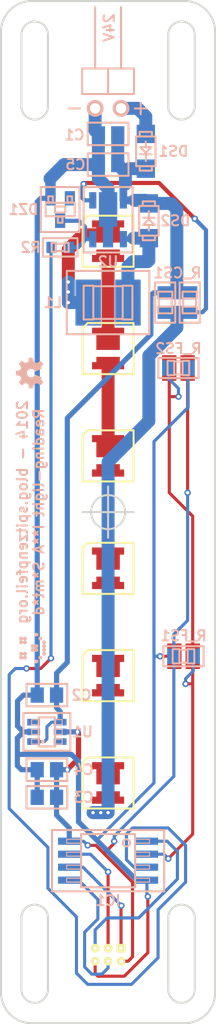
<source format=kicad_pcb>
(kicad_pcb (version 3) (host pcbnew "(2014-05-27 BZR 4891)-product")

  (general
    (links 64)
    (no_connects 1)
    (area 55.577752 38.399999 83.415106 138.600001)
    (thickness 1.6002)
    (drawings 45)
    (tracks 263)
    (zones 0)
    (modules 30)
    (nets 21)
  )

  (page User 150.012 200)
  (title_block
    (title IKEA-Samtid_reading-light)
    (date "27 May 2014")
    (rev 0.10.a)
    (company "2014 - blog.spitzenpfeil.org")
  )

  (layers
    (15 Front signal)
    (0 Back signal)
    (18 B.Paste user)
    (19 F.Paste user)
    (20 B.SilkS user)
    (21 F.SilkS user)
    (22 B.Mask user)
    (23 F.Mask user)
    (26 Eco1.User user)
    (28 Edge.Cuts user)
  )

  (setup
    (last_trace_width 1.27)
    (user_trace_width 0.2032)
    (user_trace_width 0.3048)
    (user_trace_width 0.4064)
    (user_trace_width 0.508)
    (user_trace_width 0.762)
    (user_trace_width 1.016)
    (user_trace_width 1.27)
    (trace_clearance 0.2032)
    (zone_clearance 0.3)
    (zone_45_only no)
    (trace_min 0.2032)
    (segment_width 0.2)
    (edge_width 0.2)
    (via_size 0.635)
    (via_drill 0.3302)
    (via_min_size 0.635)
    (via_min_drill 0.3302)
    (uvia_size 0.508)
    (uvia_drill 0.127)
    (uvias_allowed no)
    (uvia_min_size 0.508)
    (uvia_min_drill 0.127)
    (pcb_text_width 0.2)
    (pcb_text_size 1 1)
    (mod_edge_width 0.2)
    (mod_text_size 1 1)
    (mod_text_width 0.2)
    (pad_size 0.85 0.85)
    (pad_drill 0.35)
    (pad_to_mask_clearance 0)
    (aux_axis_origin 0 0)
    (visible_elements 7FFFFF7F)
    (pcbplotparams
      (layerselection 352092161)
      (usegerberextensions true)
      (excludeedgelayer true)
      (linewidth 0.150000)
      (plotframeref false)
      (viasonmask false)
      (mode 1)
      (useauxorigin false)
      (hpglpennumber 1)
      (hpglpenspeed 20)
      (hpglpendiameter 15)
      (hpglpenoverlay 0)
      (psnegative false)
      (psa4output false)
      (plotreference true)
      (plotvalue true)
      (plotinvisibletext false)
      (padsonsilk false)
      (subtractmaskfromsilk true)
      (outputformat 1)
      (mirror false)
      (drillshape 0)
      (scaleselection 1)
      (outputdirectory gerber_files/))
  )

  (net 0 "")
  (net 1 GND)
  (net 2 /CSN)
  (net 3 /SW)
  (net 4 /DIM)
  (net 5 /RESET)
  (net 6 /MOSI)
  (net 7 /MISO)
  (net 8 /SCK)
  (net 9 +5V)
  (net 10 +24V)
  (net 11 "Net-(D6-Pad2)")
  (net 12 "Net-(D1-Pad2)")
  (net 13 "Net-(D2-Pad2)")
  (net 14 "Net-(D3-Pad2)")
  (net 15 "Net-(D4-Pad2)")
  (net 16 "Net-(D5-Pad2)")
  (net 17 /_dim)
  (net 18 /FSEN)
  (net 19 GNDPWR)
  (net 20 "Net-(DS1-Pad1)")

  (net_class Default "This is the default net class."
    (clearance 0.2032)
    (trace_width 0.2032)
    (via_dia 0.635)
    (via_drill 0.3302)
    (uvia_dia 0.508)
    (uvia_drill 0.127)
    (add_net +24V)
    (add_net +5V)
    (add_net /CSN)
    (add_net /DIM)
    (add_net /FSEN)
    (add_net /MISO)
    (add_net /MOSI)
    (add_net /RESET)
    (add_net /SCK)
    (add_net /SW)
    (add_net /_dim)
    (add_net GND)
    (add_net GNDPWR)
    (add_net "Net-(D1-Pad2)")
    (add_net "Net-(D2-Pad2)")
    (add_net "Net-(D3-Pad2)")
    (add_net "Net-(D4-Pad2)")
    (add_net "Net-(D5-Pad2)")
    (add_net "Net-(D6-Pad2)")
    (add_net "Net-(DS1-Pad1)")
  )

  (module my_parts:MADW__PIN_ARRAY_3x2_1.27mm (layer Front) (tedit 53853344) (tstamp 5384FA30)
    (at 71 131.8 180)
    (descr "Male 3x2 header with 1.27mm raster")
    (tags "CONN, header, male, 3x2, 1.27mm")
    (path /5384F1DF)
    (clearance 0.15)
    (fp_text reference JP1 (at 0 -3.1 180) (layer F.SilkS) hide
      (effects (font (size 1 1) (thickness 0.2)))
    )
    (fp_text value AVR_ISP (at 0 3.3 180) (layer F.SilkS) hide
      (effects (font (size 1 1) (thickness 0.2)))
    )
    (pad 1 thru_hole rect (at -1.27 0.635 180) (size 0.85 0.85) (drill 0.35) (layers *.Cu *.Mask F.SilkS)
      (net 7 /MISO))
    (pad 2 thru_hole circle (at -1.27 -0.635 180) (size 0.85 0.85) (drill 0.35) (layers *.Cu *.Mask F.SilkS)
      (net 9 +5V))
    (pad 3 thru_hole circle (at 0 0.635 180) (size 0.85 0.85) (drill 0.35) (layers *.Cu *.Mask F.SilkS)
      (net 8 /SCK))
    (pad 4 thru_hole circle (at 0 -0.635 180) (size 0.85 0.85) (drill 0.35) (layers *.Cu *.Mask F.SilkS)
      (net 6 /MOSI))
    (pad 5 thru_hole circle (at 1.27 0.635 180) (size 0.85 0.85) (drill 0.35) (layers *.Cu *.Mask F.SilkS)
      (net 5 /RESET))
    (pad 6 thru_hole circle (at 1.27 -0.635 180) (size 0.85 0.85) (drill 0.35) (layers *.Cu *.Mask F.SilkS)
      (net 1 GND))
  )

  (module my_parts:MADW__R0805 (layer Back) (tedit 53852778) (tstamp 5384FA76)
    (at 76.599997 68.000002 270)
    (descr RESISTOR)
    (tags RESISTOR)
    (path /531746E7)
    (attr smd)
    (fp_text reference R_CS2 (at 0 1.7 270) (layer B.SilkS) hide
      (effects (font (size 1 1) (thickness 0.2)) (justify mirror))
    )
    (fp_text value 1R1 (at 0 -1.9 270) (layer B.SilkS) hide
      (effects (font (size 1 1) (thickness 0.2)) (justify mirror))
    )
    (fp_line (start 0.4064 -0.6985) (end 1.0541 -0.6985) (layer B.SilkS) (width 0.2))
    (fp_line (start 1.0541 -0.6985) (end 1.0541 0.70104) (layer B.SilkS) (width 0.2))
    (fp_line (start 0.4064 0.70104) (end 1.0541 0.70104) (layer B.SilkS) (width 0.2))
    (fp_line (start 0.4064 -0.6985) (end 0.4064 0.70104) (layer B.SilkS) (width 0.2))
    (fp_line (start -1.0668 -0.6985) (end -0.41656 -0.6985) (layer B.SilkS) (width 0.2))
    (fp_line (start -0.41656 -0.6985) (end -0.41656 0.70104) (layer B.SilkS) (width 0.2))
    (fp_line (start -1.0668 0.70104) (end -0.41656 0.70104) (layer B.SilkS) (width 0.2))
    (fp_line (start -1.0668 -0.6985) (end -1.0668 0.70104) (layer B.SilkS) (width 0.2))
    (fp_line (start -0.40894 0.635) (end 0.40894 0.635) (layer B.SilkS) (width 0.2))
    (fp_line (start -0.40894 -0.635) (end 0.40894 -0.635) (layer B.SilkS) (width 0.2))
    (fp_line (start -1.97104 0.98298) (end 1.97104 0.98298) (layer B.SilkS) (width 0.2))
    (fp_line (start 1.97104 0.98298) (end 1.97104 -0.98298) (layer B.SilkS) (width 0.2))
    (fp_line (start 1.97104 -0.98298) (end -1.97104 -0.98298) (layer B.SilkS) (width 0.2))
    (fp_line (start -1.97104 -0.98298) (end -1.97104 0.98298) (layer B.SilkS) (width 0.2))
    (pad 1 smd rect (at -0.94996 0 270) (size 1.29794 1.4986) (layers Back B.Paste B.Mask)
      (net 10 +24V))
    (pad 2 smd rect (at 0.94996 0 270) (size 1.29794 1.4986) (layers Back B.Paste B.Mask)
      (net 2 /CSN))
  )

  (module my_parts:MADW__L4.8x3.3mm (layer Back) (tedit 53853C8A) (tstamp 5384F495)
    (at 71 68 180)
    (descr INDUCTOR)
    (tags INDUCTOR)
    (path /506F3487)
    (clearance 0.65024)
    (attr smd)
    (fp_text reference L1 (at 5.4 0 180) (layer B.SilkS)
      (effects (font (size 1 1) (thickness 0.2)) (justify mirror))
    )
    (fp_text value 100µH (at 0 -4.3 180) (layer B.SilkS) hide
      (effects (font (size 1 1) (thickness 0.2)) (justify mirror))
    )
    (fp_line (start -4.05 3.1) (end 4.05 3.1) (layer B.SilkS) (width 0.2))
    (fp_line (start 4.05 3.1) (end 4.05 -3.1) (layer B.SilkS) (width 0.2))
    (fp_line (start 4.05 -3.1) (end -4.05 -3.1) (layer B.SilkS) (width 0.2))
    (fp_line (start -4.05 -3.1) (end -4.05 3.1) (layer B.SilkS) (width 0.2))
    (fp_line (start -2.3876 -1.651) (end -1.4351 -1.651) (layer B.SilkS) (width 0.2))
    (fp_line (start -1.4351 -1.651) (end -1.4351 1.64846) (layer B.SilkS) (width 0.2))
    (fp_line (start -2.3876 1.64846) (end -1.4351 1.64846) (layer B.SilkS) (width 0.2))
    (fp_line (start -2.3876 -1.651) (end -2.3876 1.64846) (layer B.SilkS) (width 0.2))
    (fp_line (start 1.4478 -1.651) (end 2.39776 -1.651) (layer B.SilkS) (width 0.2))
    (fp_line (start 2.39776 -1.651) (end 2.39776 1.64846) (layer B.SilkS) (width 0.2))
    (fp_line (start 1.4478 1.64846) (end 2.39776 1.64846) (layer B.SilkS) (width 0.2))
    (fp_line (start 1.4478 -1.651) (end 1.4478 1.64846) (layer B.SilkS) (width 0.2))
    (fp_line (start -1.4732 1.6002) (end 1.4732 1.6002) (layer B.SilkS) (width 0.2))
    (fp_line (start -1.4478 -1.6002) (end 1.4732 -1.6002) (layer B.SilkS) (width 0.2))
    (pad 1 smd rect (at -1.94818 0 180) (size 2.49936 4.50088) (layers Back B.Paste B.Mask)
      (net 3 /SW))
    (pad 2 smd rect (at 1.94818 0 180) (size 2.49936 4.50088) (layers Back B.Paste B.Mask)
      (net 11 "Net-(D6-Pad2)"))
  )

  (module oshw-logo:OSHW-logo_silkscreen_3mm (layer Back) (tedit 5384C310) (tstamp 5384CE08)
    (at 63.3 74.9 90)
    (fp_text reference LOGO2 (at 0 -1.59004 90) (layer B.SilkS) hide
      (effects (font (size 0.13462 0.13462) (thickness 0.0254)) (justify mirror))
    )
    (fp_text value OSHW-logo_silkscreen_3mm (at 0 1.59004 90) (layer B.SilkS) hide
      (effects (font (size 0.13462 0.13462) (thickness 0.0254)) (justify mirror))
    )
    (fp_poly (pts (xy -0.90932 1.3462) (xy -0.89154 1.33858) (xy -0.85852 1.31572) (xy -0.80772 1.2827)
      (xy -0.7493 1.2446) (xy -0.68834 1.20396) (xy -0.64008 1.17094) (xy -0.60452 1.14808)
      (xy -0.59182 1.14046) (xy -0.5842 1.143) (xy -0.55626 1.15824) (xy -0.51562 1.17856)
      (xy -0.49022 1.19126) (xy -0.45212 1.2065) (xy -0.43434 1.21158) (xy -0.4318 1.2065)
      (xy -0.41656 1.17602) (xy -0.39624 1.12776) (xy -0.3683 1.06172) (xy -0.33528 0.98552)
      (xy -0.29972 0.90424) (xy -0.2667 0.82042) (xy -0.23368 0.74168) (xy -0.2032 0.66802)
      (xy -0.18034 0.6096) (xy -0.1651 0.56896) (xy -0.15748 0.55118) (xy -0.16002 0.54864)
      (xy -0.1778 0.53086) (xy -0.21082 0.50546) (xy -0.28194 0.44704) (xy -0.35306 0.36068)
      (xy -0.39624 0.26162) (xy -0.40894 0.14986) (xy -0.39878 0.04826) (xy -0.35814 -0.04826)
      (xy -0.28956 -0.13716) (xy -0.20574 -0.2032) (xy -0.10922 -0.24384) (xy 0 -0.25654)
      (xy 0.10414 -0.24638) (xy 0.2032 -0.20574) (xy 0.2921 -0.1397) (xy 0.3302 -0.09652)
      (xy 0.381 -0.00508) (xy 0.41148 0.0889) (xy 0.41402 0.11176) (xy 0.40894 0.21844)
      (xy 0.37846 0.32004) (xy 0.32258 0.40894) (xy 0.24638 0.4826) (xy 0.23622 0.49022)
      (xy 0.20066 0.51816) (xy 0.17526 0.53594) (xy 0.15748 0.55118) (xy 0.2921 0.87376)
      (xy 0.31242 0.92456) (xy 0.35052 1.01346) (xy 0.381 1.08966) (xy 0.40894 1.15062)
      (xy 0.42672 1.19126) (xy 0.43434 1.2065) (xy 0.43434 1.2065) (xy 0.44704 1.20904)
      (xy 0.4699 1.20142) (xy 0.51562 1.17856) (xy 0.5461 1.16332) (xy 0.57912 1.14808)
      (xy 0.59436 1.14046) (xy 0.6096 1.14808) (xy 0.64262 1.1684) (xy 0.68834 1.20142)
      (xy 0.74676 1.23952) (xy 0.80264 1.27762) (xy 0.85344 1.31064) (xy 0.889 1.33604)
      (xy 0.90678 1.34366) (xy 0.90932 1.34366) (xy 0.9271 1.33604) (xy 0.95504 1.31064)
      (xy 0.99822 1.27) (xy 1.06172 1.20904) (xy 1.07188 1.19888) (xy 1.12268 1.14808)
      (xy 1.16332 1.10236) (xy 1.19126 1.07188) (xy 1.20142 1.05918) (xy 1.20142 1.05918)
      (xy 1.19126 1.0414) (xy 1.1684 1.0033) (xy 1.13538 0.9525) (xy 1.09474 0.89154)
      (xy 0.98806 0.7366) (xy 1.04648 0.59182) (xy 1.06426 0.5461) (xy 1.08712 0.49022)
      (xy 1.1049 0.45212) (xy 1.11252 0.43434) (xy 1.1303 0.42926) (xy 1.1684 0.4191)
      (xy 1.22682 0.40894) (xy 1.29794 0.39624) (xy 1.36398 0.38354) (xy 1.4224 0.37084)
      (xy 1.46558 0.36322) (xy 1.4859 0.36068) (xy 1.49098 0.3556) (xy 1.49352 0.34798)
      (xy 1.49606 0.32766) (xy 1.4986 0.28956) (xy 1.4986 0.23368) (xy 1.4986 0.14986)
      (xy 1.4986 0.14224) (xy 1.4986 0.0635) (xy 1.49606 0) (xy 1.49352 -0.0381)
      (xy 1.49098 -0.05588) (xy 1.49098 -0.05588) (xy 1.4732 -0.06096) (xy 1.43002 -0.06858)
      (xy 1.3716 -0.08128) (xy 1.30048 -0.09398) (xy 1.2954 -0.09398) (xy 1.22428 -0.10922)
      (xy 1.16586 -0.12192) (xy 1.12268 -0.12954) (xy 1.1049 -0.13716) (xy 1.10236 -0.14224)
      (xy 1.08712 -0.17018) (xy 1.0668 -0.21336) (xy 1.04394 -0.2667) (xy 1.02108 -0.32258)
      (xy 1.00076 -0.37338) (xy 0.98806 -0.40894) (xy 0.98298 -0.42672) (xy 0.98298 -0.42672)
      (xy 0.99314 -0.4445) (xy 1.01854 -0.48006) (xy 1.0541 -0.53086) (xy 1.09474 -0.59182)
      (xy 1.09728 -0.5969) (xy 1.13792 -0.65786) (xy 1.17094 -0.70866) (xy 1.1938 -0.74422)
      (xy 1.20142 -0.75946) (xy 1.20142 -0.762) (xy 1.18872 -0.77978) (xy 1.15824 -0.8128)
      (xy 1.11252 -0.85852) (xy 1.06172 -0.91186) (xy 1.04394 -0.9271) (xy 0.98552 -0.98552)
      (xy 0.94488 -1.02108) (xy 0.91948 -1.0414) (xy 0.90932 -1.04648) (xy 0.90678 -1.04648)
      (xy 0.889 -1.03632) (xy 0.8509 -1.01092) (xy 0.8001 -0.97536) (xy 0.73914 -0.93472)
      (xy 0.7366 -0.93218) (xy 0.67564 -0.89154) (xy 0.62484 -0.85598) (xy 0.58928 -0.83312)
      (xy 0.57404 -0.8255) (xy 0.5715 -0.8255) (xy 0.54864 -0.83058) (xy 0.50546 -0.84582)
      (xy 0.45212 -0.86614) (xy 0.39624 -0.889) (xy 0.34544 -0.90932) (xy 0.30988 -0.9271)
      (xy 0.2921 -0.93726) (xy 0.28956 -0.93726) (xy 0.28448 -0.96012) (xy 0.27432 -1.00584)
      (xy 0.26162 -1.0668) (xy 0.24638 -1.14046) (xy 0.24384 -1.15062) (xy 0.23114 -1.22428)
      (xy 0.22098 -1.2827) (xy 0.21082 -1.32334) (xy 0.20828 -1.34112) (xy 0.19812 -1.34112)
      (xy 0.16256 -1.34366) (xy 0.10922 -1.3462) (xy 0.04318 -1.3462) (xy -0.02286 -1.3462)
      (xy -0.0889 -1.3462) (xy -0.14478 -1.34366) (xy -0.18542 -1.34112) (xy -0.2032 -1.33604)
      (xy -0.2032 -1.33604) (xy -0.20828 -1.31318) (xy -0.21844 -1.27) (xy -0.23114 -1.2065)
      (xy -0.24638 -1.13284) (xy -0.24892 -1.12014) (xy -0.26162 -1.04902) (xy -0.27432 -0.9906)
      (xy -0.28194 -0.94996) (xy -0.28702 -0.93472) (xy -0.2921 -0.93218) (xy -0.32258 -0.91694)
      (xy -0.37084 -0.89916) (xy -0.42926 -0.87376) (xy -0.56642 -0.81788) (xy -0.73406 -0.93472)
      (xy -0.7493 -0.94488) (xy -0.81026 -0.98552) (xy -0.86106 -1.01854) (xy -0.89662 -1.0414)
      (xy -0.90932 -1.04902) (xy -0.91186 -1.04902) (xy -0.9271 -1.03378) (xy -0.96012 -1.0033)
      (xy -1.00584 -0.95758) (xy -1.05918 -0.90678) (xy -1.09982 -0.86614) (xy -1.14554 -0.82042)
      (xy -1.17348 -0.7874) (xy -1.19126 -0.76708) (xy -1.19634 -0.75438) (xy -1.1938 -0.74676)
      (xy -1.18364 -0.72898) (xy -1.15824 -0.69342) (xy -1.12522 -0.64008) (xy -1.08458 -0.58166)
      (xy -1.04902 -0.53086) (xy -1.01346 -0.47498) (xy -0.9906 -0.43434) (xy -0.98044 -0.41656)
      (xy -0.98298 -0.4064) (xy -0.99568 -0.37338) (xy -1.016 -0.32512) (xy -1.0414 -0.26416)
      (xy -1.09982 -0.13208) (xy -1.18618 -0.1143) (xy -1.23952 -0.10414) (xy -1.31318 -0.09144)
      (xy -1.3843 -0.0762) (xy -1.49606 -0.05588) (xy -1.4986 0.34798) (xy -1.48082 0.3556)
      (xy -1.46558 0.36068) (xy -1.42494 0.37084) (xy -1.36652 0.381) (xy -1.29794 0.3937)
      (xy -1.23698 0.4064) (xy -1.17856 0.41656) (xy -1.13538 0.42418) (xy -1.1176 0.42926)
      (xy -1.11252 0.43434) (xy -1.09728 0.46482) (xy -1.07696 0.51054) (xy -1.0541 0.56388)
      (xy -1.0287 0.6223) (xy -1.00838 0.6731) (xy -0.99314 0.71374) (xy -0.98806 0.73406)
      (xy -0.99568 0.7493) (xy -1.01854 0.78486) (xy -1.05156 0.83566) (xy -1.0922 0.89408)
      (xy -1.13284 0.9525) (xy -1.16586 1.0033) (xy -1.19126 1.03886) (xy -1.19888 1.05664)
      (xy -1.1938 1.0668) (xy -1.17094 1.09474) (xy -1.12776 1.14046) (xy -1.06172 1.2065)
      (xy -1.04902 1.21666) (xy -0.99822 1.26746) (xy -0.9525 1.3081) (xy -0.92202 1.33604)
      (xy -0.90932 1.3462)) (layer B.SilkS) (width 0.00254))
  )

  (module led-smile:LED_smile_silkscreen_3mm (layer Back) (tedit 5384C30B) (tstamp 5384D08F)
    (at 63.6 101.8 90)
    (fp_text reference LOGO1 (at 0 -1.7272 90) (layer B.SilkS) hide
      (effects (font (size 0.127 0.127) (thickness 0.00762)) (justify mirror))
    )
    (fp_text value LED_smile_silkscreen_3mm (at 0 1.7272 90) (layer B.SilkS) hide
      (effects (font (size 0.0381 0.0381) (thickness 0.00762)) (justify mirror))
    )
    (fp_poly (pts (xy 0.56642 1.31064) (xy 0.60452 1.30556) (xy 0.63754 1.2954) (xy 0.65278 1.28778)
      (xy 0.6858 1.26492) (xy 0.7112 1.23698) (xy 0.72898 1.2065) (xy 0.74168 1.17094)
      (xy 0.7493 1.13538) (xy 0.74676 1.09728) (xy 0.73914 1.06172) (xy 0.72136 1.02616)
      (xy 0.7112 1.01092) (xy 0.69596 0.99314) (xy 0.67818 0.9779) (xy 0.66294 0.9652)
      (xy 0.65786 0.96266) (xy 0.62484 0.94742) (xy 0.59182 0.9398) (xy 0.55372 0.93726)
      (xy 0.54102 0.93726) (xy 0.5207 0.9398) (xy 0.50292 0.94488) (xy 0.4826 0.95504)
      (xy 0.45974 0.9652) (xy 0.42926 0.9906) (xy 0.4064 1.02108) (xy 0.38608 1.0541)
      (xy 0.381 1.06934) (xy 0.37592 1.08966) (xy 0.37338 1.10236) (xy 0.37338 1.1049)
      (xy 0.37338 1.1049) (xy 0.37338 1.09728) (xy 0.37338 1.09728) (xy 0.36576 1.07188)
      (xy 0.35814 1.04902) (xy 0.34544 1.02616) (xy 0.32512 0.99822) (xy 0.29718 0.97282)
      (xy 0.26416 0.9525) (xy 0.22606 0.9398) (xy 0.18796 0.93726) (xy 0.1778 0.93726)
      (xy 0.14732 0.9398) (xy 0.11938 0.94742) (xy 0.1143 0.94996) (xy 0.08128 0.96774)
      (xy 0.05334 0.9906) (xy 0.03048 1.02108) (xy 0.0127 1.05156) (xy 0.00254 1.08458)
      (xy 0.00254 1.08712) (xy 0 1.09474) (xy 0 1.09982) (xy 0 1.09982)
      (xy 0 1.09474) (xy -0.00254 1.08458) (xy -0.00254 1.08204) (xy -0.01524 1.04902)
      (xy -0.03302 1.016) (xy -0.05588 0.98806) (xy -0.07874 0.97028) (xy -0.11176 0.9525)
      (xy -0.14732 0.9398) (xy -0.18796 0.93726) (xy -0.2159 0.9398) (xy -0.25146 0.94742)
      (xy -0.28702 0.9652) (xy -0.3175 0.98806) (xy -0.34036 1.01854) (xy -0.34544 1.02362)
      (xy -0.35306 1.03632) (xy -0.35814 1.04902) (xy -0.36068 1.05664) (xy -0.3683 1.07442)
      (xy -0.37084 1.08966) (xy -0.37338 1.10236) (xy -0.37338 1.1049) (xy -0.37338 1.1049)
      (xy -0.37592 1.09728) (xy -0.37846 1.07696) (xy -0.38862 1.05156) (xy -0.39878 1.0287)
      (xy -0.42164 0.99822) (xy -0.45212 0.97282) (xy -0.48514 0.9525) (xy -0.5207 0.9398)
      (xy -0.5588 0.93726) (xy -0.59436 0.9398) (xy -0.63246 0.94996) (xy -0.66548 0.96774)
      (xy -0.69596 0.99314) (xy -0.7112 1.01092) (xy -0.7239 1.03124) (xy -0.7366 1.0541)
      (xy -0.74168 1.07442) (xy -0.7493 1.11252) (xy -0.74676 1.14808) (xy -0.73914 1.18364)
      (xy -0.7239 1.21666) (xy -0.70358 1.2446) (xy -0.67818 1.27) (xy -0.6477 1.29032)
      (xy -0.61468 1.30302) (xy -0.57658 1.31064) (xy -0.5715 1.31064) (xy -0.5334 1.31064)
      (xy -0.49784 1.30048) (xy -0.46482 1.28524) (xy -0.45212 1.27508) (xy -0.42672 1.25476)
      (xy -0.40386 1.22682) (xy -0.38862 1.19888) (xy -0.38608 1.18872) (xy -0.381 1.17348)
      (xy -0.37592 1.1557) (xy -0.37338 1.143) (xy -0.37338 1.13538) (xy -0.37338 1.143)
      (xy -0.37338 1.15062) (xy -0.3683 1.16586) (xy -0.36322 1.18618) (xy -0.35814 1.20142)
      (xy -0.34798 1.2192) (xy -0.32512 1.24968) (xy -0.29718 1.27508) (xy -0.26416 1.2954)
      (xy -0.22606 1.3081) (xy -0.22098 1.3081) (xy -0.19558 1.31064) (xy -0.16764 1.31064)
      (xy -0.14224 1.30556) (xy -0.11684 1.29794) (xy -0.08382 1.28016) (xy -0.0508 1.25476)
      (xy -0.0508 1.25222) (xy -0.02794 1.22682) (xy -0.0127 1.1938) (xy -0.00254 1.16332)
      (xy -0.00254 1.16078) (xy 0 1.15316) (xy 0 1.14808) (xy 0 1.15062)
      (xy 0.00254 1.15824) (xy 0.00254 1.16078) (xy 0.00762 1.1811) (xy 0.01524 1.20142)
      (xy 0.02794 1.22174) (xy 0.04318 1.2446) (xy 0.07112 1.27254) (xy 0.10414 1.29286)
      (xy 0.14224 1.30556) (xy 0.14732 1.3081) (xy 0.17272 1.31064) (xy 0.20066 1.31064)
      (xy 0.22606 1.3081) (xy 0.24638 1.30048) (xy 0.28194 1.28524) (xy 0.31242 1.26238)
      (xy 0.33782 1.23444) (xy 0.35814 1.20142) (xy 0.36068 1.19126) (xy 0.3683 1.17348)
      (xy 0.37084 1.1557) (xy 0.37338 1.143) (xy 0.37338 1.143) (xy 0.37338 1.143)
      (xy 0.37592 1.15062) (xy 0.37592 1.15062) (xy 0.381 1.17348) (xy 0.39116 1.19888)
      (xy 0.40132 1.22174) (xy 0.4064 1.22936) (xy 0.42926 1.2573) (xy 0.45974 1.28016)
      (xy 0.49276 1.29794) (xy 0.52832 1.3081) (xy 0.56642 1.31064)) (layer B.SilkS) (width 0.00254))
    (fp_poly (pts (xy -0.94742 0.93726) (xy -0.92456 0.93472) (xy -0.90424 0.93472) (xy -0.87884 0.9271)
      (xy -0.84328 0.91186) (xy -0.8128 0.889) (xy -0.7874 0.86106) (xy -0.76708 0.82804)
      (xy -0.75438 0.79248) (xy -0.7493 0.75438) (xy -0.75184 0.71628) (xy -0.762 0.68072)
      (xy -0.77724 0.6477) (xy -0.80264 0.61722) (xy -0.83312 0.59182) (xy -0.84074 0.58674)
      (xy -0.87884 0.5715) (xy -0.9144 0.56134) (xy -0.95504 0.56134) (xy -0.99314 0.56896)
      (xy -1.02362 0.58166) (xy -1.05664 0.60452) (xy -1.08204 0.63246) (xy -1.1049 0.66548)
      (xy -1.1176 0.70358) (xy -1.12268 0.72136) (xy -1.12268 0.74676) (xy -1.12268 0.76962)
      (xy -1.12014 0.78994) (xy -1.1176 0.79756) (xy -1.10236 0.83566) (xy -1.08204 0.86868)
      (xy -1.05156 0.89662) (xy -1.01854 0.91694) (xy -1.0033 0.92456) (xy -0.98044 0.93218)
      (xy -0.96012 0.93472) (xy -0.94742 0.93726)) (layer B.SilkS) (width 0.00254))
    (fp_poly (pts (xy 0.9398 0.93726) (xy 0.9779 0.93218) (xy 1.016 0.91948) (xy 1.05156 0.89662)
      (xy 1.05918 0.89154) (xy 1.08458 0.8636) (xy 1.1049 0.83058) (xy 1.1176 0.79502)
      (xy 1.12268 0.7747) (xy 1.12268 0.75184) (xy 1.12268 0.72644) (xy 1.12014 0.70866)
      (xy 1.1176 0.6985) (xy 1.10236 0.6604) (xy 1.08204 0.62992) (xy 1.0541 0.60198)
      (xy 1.02108 0.58166) (xy 0.98552 0.56896) (xy 0.94742 0.56134) (xy 0.93218 0.56134)
      (xy 0.89408 0.56642) (xy 0.85852 0.57658) (xy 0.82804 0.5969) (xy 0.8001 0.61976)
      (xy 0.77724 0.65024) (xy 0.762 0.68326) (xy 0.75184 0.71882) (xy 0.7493 0.75692)
      (xy 0.75184 0.77978) (xy 0.75692 0.8001) (xy 0.76454 0.82296) (xy 0.77978 0.8509)
      (xy 0.80264 0.88138) (xy 0.83312 0.90424) (xy 0.86614 0.92202) (xy 0.9017 0.93218)
      (xy 0.9398 0.93726)) (layer B.SilkS) (width 0.00254))
    (fp_poly (pts (xy -1.3208 0.56134) (xy -1.2954 0.56134) (xy -1.27254 0.55626) (xy -1.2446 0.54864)
      (xy -1.21158 0.53086) (xy -1.17856 0.50546) (xy -1.15824 0.4826) (xy -1.14046 0.44958)
      (xy -1.12776 0.41402) (xy -1.12522 0.39878) (xy -1.12522 0.37592) (xy -1.12522 0.35306)
      (xy -1.12776 0.33528) (xy -1.1303 0.32258) (xy -1.14554 0.28702) (xy -1.16586 0.254)
      (xy -1.1938 0.22606) (xy -1.22936 0.20574) (xy -1.24206 0.20066) (xy -1.26492 0.1905)
      (xy -1.29032 0.18796) (xy -1.31826 0.18796) (xy -1.33604 0.18796) (xy -1.35636 0.1905)
      (xy -1.37414 0.19558) (xy -1.39446 0.20574) (xy -1.40716 0.21336) (xy -1.43764 0.23622)
      (xy -1.46304 0.26416) (xy -1.48336 0.29972) (xy -1.49606 0.33782) (xy -1.49606 0.34544)
      (xy -1.4986 0.3683) (xy -1.4986 0.39116) (xy -1.49606 0.41148) (xy -1.49352 0.42418)
      (xy -1.47828 0.45974) (xy -1.45542 0.49276) (xy -1.43002 0.5207) (xy -1.39446 0.54102)
      (xy -1.3589 0.55626) (xy -1.3462 0.5588) (xy -1.3208 0.56134)) (layer B.SilkS) (width 0.00254))
    (fp_poly (pts (xy 0.18288 0.56134) (xy 0.21844 0.5588) (xy 0.254 0.54864) (xy 0.27686 0.53848)
      (xy 0.30734 0.51562) (xy 0.33528 0.48768) (xy 0.3556 0.45466) (xy 0.3683 0.4191)
      (xy 0.37084 0.41148) (xy 0.37338 0.381) (xy 0.37338 0.35306) (xy 0.36576 0.32004)
      (xy 0.35052 0.28194) (xy 0.32766 0.25146) (xy 0.29972 0.22606) (xy 0.2667 0.20574)
      (xy 0.2286 0.1905) (xy 0.20574 0.18542) (xy 0.21844 0.18288) (xy 0.22098 0.18288)
      (xy 0.24638 0.17526) (xy 0.27432 0.16256) (xy 0.30226 0.14732) (xy 0.3048 0.14224)
      (xy 0.33274 0.11684) (xy 0.35306 0.08382) (xy 0.36576 0.04826) (xy 0.37338 0.0127)
      (xy 0.37338 -0.02286) (xy 0.36322 -0.05842) (xy 0.34798 -0.09398) (xy 0.34798 -0.09652)
      (xy 0.32258 -0.127) (xy 0.29464 -0.1524) (xy 0.26416 -0.17018) (xy 0.2286 -0.18034)
      (xy 0.19304 -0.18542) (xy 0.15748 -0.18288) (xy 0.12192 -0.17526) (xy 0.0889 -0.15748)
      (xy 0.05588 -0.13462) (xy 0.04064 -0.11684) (xy 0.02286 -0.0889) (xy 0.00762 -0.06096)
      (xy 0.00254 -0.03302) (xy 0 -0.0254) (xy 0 -0.02286) (xy 0 -0.0254)
      (xy -0.00254 -0.03302) (xy -0.00762 -0.05842) (xy -0.02032 -0.08382) (xy -0.03556 -0.10922)
      (xy -0.04572 -0.12192) (xy -0.07366 -0.14732) (xy -0.10668 -0.16764) (xy -0.14224 -0.18034)
      (xy -0.18034 -0.18542) (xy -0.21844 -0.18288) (xy -0.2413 -0.1778) (xy -0.27686 -0.16256)
      (xy -0.30734 -0.14224) (xy -0.33528 -0.1143) (xy -0.3556 -0.08128) (xy -0.3683 -0.04318)
      (xy -0.37084 -0.0254) (xy -0.37338 0.0127) (xy -0.36576 0.04826) (xy -0.35306 0.08382)
      (xy -0.33274 0.11684) (xy -0.3048 0.14224) (xy -0.27178 0.1651) (xy -0.25654 0.17272)
      (xy -0.23876 0.1778) (xy -0.22352 0.18288) (xy -0.21082 0.18542) (xy -0.21082 0.18542)
      (xy -0.21082 0.18542) (xy -0.21844 0.18796) (xy -0.23622 0.19304) (xy -0.26162 0.2032)
      (xy -0.28448 0.21336) (xy -0.29464 0.22098) (xy -0.32004 0.24384) (xy -0.3429 0.26924)
      (xy -0.35814 0.29718) (xy -0.3683 0.3302) (xy -0.37338 0.36322) (xy -0.37338 0.39624)
      (xy -0.37084 0.40132) (xy -0.36068 0.44196) (xy -0.3429 0.47498) (xy -0.3175 0.50546)
      (xy -0.29718 0.52578) (xy -0.26416 0.5461) (xy -0.22606 0.55626) (xy -0.21336 0.5588)
      (xy -0.19304 0.56134) (xy -0.17018 0.5588) (xy -0.14986 0.5588) (xy -0.13462 0.55372)
      (xy -0.12192 0.55118) (xy -0.08636 0.5334) (xy -0.05588 0.508) (xy -0.03048 0.47752)
      (xy -0.02032 0.46228) (xy -0.01016 0.43688) (xy -0.00254 0.41148) (xy -0.00254 0.41148)
      (xy 0 0.40132) (xy 0 0.39878) (xy 0 0.39878) (xy 0 0.34798)
      (xy 0 0.34798) (xy 0 0.34544) (xy -0.00254 0.33528) (xy -0.00254 0.33274)
      (xy -0.01524 0.29972) (xy -0.03302 0.2667) (xy -0.05588 0.23876) (xy -0.08382 0.2159)
      (xy -0.11684 0.20066) (xy -0.11938 0.19812) (xy -0.13462 0.19304) (xy -0.14986 0.1905)
      (xy -0.16764 0.18542) (xy -0.1524 0.18288) (xy -0.12954 0.1778) (xy -0.09652 0.16256)
      (xy -0.06604 0.14224) (xy -0.0381 0.1143) (xy -0.01778 0.08382) (xy -0.0127 0.06858)
      (xy -0.00508 0.04826) (xy -0.00254 0.03302) (xy 0 0.0254) (xy 0 0.02286)
      (xy 0 0.0254) (xy 0.00254 0.03302) (xy 0.00508 0.04572) (xy 0.01016 0.06604)
      (xy 0.01778 0.08382) (xy 0.03048 0.10414) (xy 0.05588 0.13208) (xy 0.08382 0.15494)
      (xy 0.11684 0.17272) (xy 0.1524 0.18288) (xy 0.16764 0.18542) (xy 0.1524 0.1905)
      (xy 0.14986 0.1905) (xy 0.13208 0.19304) (xy 0.11684 0.20066) (xy 0.1143 0.20066)
      (xy 0.08128 0.21844) (xy 0.05334 0.2413) (xy 0.03048 0.26924) (xy 0.0127 0.30226)
      (xy 0.00254 0.33528) (xy 0.00254 0.33528) (xy 0 0.34544) (xy 0 0.34798)
      (xy 0 0.39878) (xy 0 0.39878) (xy 0 0.40386) (xy 0.00254 0.41148)
      (xy 0.01016 0.43688) (xy 0.0254 0.4699) (xy 0.04826 0.50038) (xy 0.0762 0.52578)
      (xy 0.10922 0.54356) (xy 0.10922 0.54356) (xy 0.14478 0.55626) (xy 0.18288 0.56134)) (layer B.SilkS) (width 0.00254))
    (fp_poly (pts (xy 1.29794 0.56134) (xy 1.32842 0.56134) (xy 1.35636 0.55626) (xy 1.37414 0.55118)
      (xy 1.4097 0.5334) (xy 1.44018 0.51054) (xy 1.46558 0.4826) (xy 1.48336 0.44958)
      (xy 1.49352 0.41402) (xy 1.4986 0.37338) (xy 1.4986 0.35814) (xy 1.49098 0.32004)
      (xy 1.47574 0.28448) (xy 1.45288 0.24892) (xy 1.44526 0.24384) (xy 1.41986 0.22098)
      (xy 1.38938 0.2032) (xy 1.35636 0.1905) (xy 1.35382 0.1905) (xy 1.32588 0.18796)
      (xy 1.2954 0.18796) (xy 1.26746 0.1905) (xy 1.2573 0.19304) (xy 1.22174 0.20828)
      (xy 1.19126 0.23114) (xy 1.16586 0.25654) (xy 1.14554 0.28702) (xy 1.1303 0.32004)
      (xy 1.12522 0.35814) (xy 1.12522 0.39624) (xy 1.13284 0.43434) (xy 1.14554 0.46228)
      (xy 1.1684 0.49276) (xy 1.19634 0.5207) (xy 1.22682 0.54102) (xy 1.26492 0.55626)
      (xy 1.26746 0.55626) (xy 1.29794 0.56134)) (layer B.SilkS) (width 0.00254))
    (fp_poly (pts (xy -0.55626 -0.56134) (xy -0.51816 -0.56642) (xy -0.4826 -0.57912) (xy -0.46482 -0.58674)
      (xy -0.44958 -0.59944) (xy -0.4318 -0.61468) (xy -0.41148 -0.635) (xy -0.39116 -0.66802)
      (xy -0.37846 -0.70358) (xy -0.37592 -0.71374) (xy -0.37338 -0.73914) (xy -0.37338 -0.76454)
      (xy -0.37846 -0.7874) (xy -0.38862 -0.82042) (xy -0.40386 -0.85344) (xy -0.42672 -0.88138)
      (xy -0.4318 -0.88392) (xy -0.44958 -0.89916) (xy -0.4699 -0.91186) (xy -0.48768 -0.92202)
      (xy -0.4953 -0.92456) (xy -0.51054 -0.92964) (xy -0.52578 -0.93218) (xy -0.53594 -0.93472)
      (xy -0.54356 -0.93472) (xy -0.53594 -0.93726) (xy -0.52578 -0.9398) (xy -0.51562 -0.94234)
      (xy -0.50038 -0.94488) (xy -0.47244 -0.96012) (xy -0.4445 -0.97536) (xy -0.42418 -0.99568)
      (xy -0.4191 -1.00076) (xy -0.39624 -1.03378) (xy -0.381 -1.06934) (xy -0.37338 -1.1049)
      (xy -0.37338 -1.143) (xy -0.37592 -1.15316) (xy -0.38608 -1.19126) (xy -0.40386 -1.22428)
      (xy -0.42926 -1.2573) (xy -0.45212 -1.27508) (xy -0.48514 -1.2954) (xy -0.5207 -1.3081)
      (xy -0.52832 -1.3081) (xy -0.55372 -1.31064) (xy -0.57912 -1.31064) (xy -0.60452 -1.30556)
      (xy -0.62484 -1.30048) (xy -0.6604 -1.2827) (xy -0.69088 -1.25984) (xy -0.71374 -1.2319)
      (xy -0.73406 -1.19888) (xy -0.74422 -1.16332) (xy -0.74676 -1.15824) (xy -0.7493 -1.15062)
      (xy -0.7493 -1.14554) (xy -0.75184 -1.15062) (xy -0.75184 -1.15824) (xy -0.75438 -1.17348)
      (xy -0.762 -1.19126) (xy -0.76708 -1.2065) (xy -0.7747 -1.21666) (xy -0.79756 -1.24968)
      (xy -0.8255 -1.27508) (xy -0.85852 -1.2954) (xy -0.89408 -1.30556) (xy -0.93472 -1.31064)
      (xy -0.9652 -1.3081) (xy -1.00076 -1.30048) (xy -1.03378 -1.2827) (xy -1.0541 -1.27)
      (xy -1.08204 -1.24206) (xy -1.10236 -1.21158) (xy -1.1176 -1.17602) (xy -1.12268 -1.14046)
      (xy -1.12268 -1.10236) (xy -1.11506 -1.0668) (xy -1.09982 -1.03124) (xy -1.07696 -1.00076)
      (xy -1.04902 -0.97282) (xy -1.01346 -0.9525) (xy -0.97536 -0.9398) (xy -0.95504 -0.93472)
      (xy -0.96774 -0.93472) (xy -0.97536 -0.93218) (xy -1.00584 -0.92456) (xy -1.03378 -0.90932)
      (xy -1.06172 -0.889) (xy -1.08458 -0.86614) (xy -1.09728 -0.84582) (xy -1.10998 -0.82042)
      (xy -1.1176 -0.79502) (xy -1.12268 -0.7747) (xy -1.12268 -0.75184) (xy -1.12268 -0.72644)
      (xy -1.12014 -0.70866) (xy -1.11252 -0.6858) (xy -1.09474 -0.65024) (xy -1.07188 -0.61976)
      (xy -1.0414 -0.59436) (xy -1.00838 -0.57404) (xy -0.96774 -0.56388) (xy -0.95758 -0.56134)
      (xy -0.93472 -0.56134) (xy -0.91186 -0.56388) (xy -0.889 -0.56642) (xy -0.87376 -0.5715)
      (xy -0.8382 -0.58928) (xy -0.80772 -0.61214) (xy -0.78232 -0.64008) (xy -0.76454 -0.6731)
      (xy -0.75184 -0.7112) (xy -0.75184 -0.71374) (xy -0.7493 -0.7239) (xy -0.7493 -0.72136)
      (xy -0.7493 -0.7747) (xy -0.7493 -0.7747) (xy -0.75184 -0.78232) (xy -0.75184 -0.78486)
      (xy -0.75946 -0.81026) (xy -0.76962 -0.83566) (xy -0.78486 -0.86106) (xy -0.79756 -0.87376)
      (xy -0.8255 -0.9017) (xy -0.86106 -0.91948) (xy -0.89916 -0.93218) (xy -0.91694 -0.93726)
      (xy -0.90424 -0.9398) (xy -0.89154 -0.94234) (xy -0.88138 -0.94488) (xy -0.87376 -0.94742)
      (xy -0.8382 -0.96266) (xy -0.80772 -0.98806) (xy -0.78232 -1.016) (xy -0.76454 -1.04902)
      (xy -0.75184 -1.08458) (xy -0.75184 -1.0922) (xy -0.7493 -1.09728) (xy -0.74676 -1.09474)
      (xy -0.74422 -1.08458) (xy -0.74422 -1.08204) (xy -0.73914 -1.06172) (xy -0.72898 -1.0414)
      (xy -0.71882 -1.02108) (xy -0.70866 -1.00838) (xy -0.69088 -0.9906) (xy -0.6731 -0.97282)
      (xy -0.65532 -0.96012) (xy -0.65278 -0.96012) (xy -0.62484 -0.94742) (xy -0.59436 -0.9398)
      (xy -0.58166 -0.93726) (xy -0.5969 -0.93218) (xy -0.62992 -0.92456) (xy -0.66294 -0.90678)
      (xy -0.69342 -0.88392) (xy -0.71628 -0.85598) (xy -0.72136 -0.84582) (xy -0.73152 -0.82804)
      (xy -0.73914 -0.80772) (xy -0.74422 -0.78994) (xy -0.74676 -0.77724) (xy -0.74676 -0.77724)
      (xy -0.7493 -0.7747) (xy -0.7493 -0.72136) (xy -0.74676 -0.72136) (xy -0.74676 -0.71374)
      (xy -0.74422 -0.70358) (xy -0.73914 -0.69088) (xy -0.73152 -0.6731) (xy -0.71374 -0.64008)
      (xy -0.68834 -0.61214) (xy -0.6604 -0.58928) (xy -0.62738 -0.57404) (xy -0.59182 -0.56388)
      (xy -0.55626 -0.56134)) (layer B.SilkS) (width 0.00254))
    (fp_poly (pts (xy 0.5715 -0.56134) (xy 0.60706 -0.56642) (xy 0.64262 -0.57912) (xy 0.67564 -0.59944)
      (xy 0.70104 -0.62484) (xy 0.7239 -0.65532) (xy 0.73914 -0.69088) (xy 0.74422 -0.70358)
      (xy 0.74676 -0.71374) (xy 0.74676 -0.71628) (xy 0.7493 -0.7239) (xy 0.7493 -0.7239)
      (xy 0.7493 -0.7747) (xy 0.74676 -0.77978) (xy 0.74422 -0.79248) (xy 0.7366 -0.81534)
      (xy 0.72136 -0.84836) (xy 0.6985 -0.87884) (xy 0.66802 -0.9017) (xy 0.635 -0.92202)
      (xy 0.59944 -0.93218) (xy 0.58166 -0.93726) (xy 0.59436 -0.9398) (xy 0.59436 -0.9398)
      (xy 0.62484 -0.94742) (xy 0.65532 -0.96012) (xy 0.66548 -0.96774) (xy 0.6858 -0.98552)
      (xy 0.70358 -1.0033) (xy 0.71882 -1.02108) (xy 0.72644 -1.03632) (xy 0.73914 -1.06172)
      (xy 0.74422 -1.08204) (xy 0.74676 -1.0922) (xy 0.7493 -1.09728) (xy 0.7493 -1.09474)
      (xy 0.75184 -1.08458) (xy 0.75946 -1.05918) (xy 0.77724 -1.02362) (xy 0.80264 -0.99314)
      (xy 0.83058 -0.97028) (xy 0.8636 -0.94996) (xy 0.90424 -0.9398) (xy 0.91694 -0.93726)
      (xy 0.89916 -0.93218) (xy 0.88138 -0.9271) (xy 0.84582 -0.91186) (xy 0.8128 -0.889)
      (xy 0.7874 -0.86106) (xy 0.77724 -0.8509) (xy 0.76962 -0.83312) (xy 0.75946 -0.8128)
      (xy 0.75438 -0.8001) (xy 0.75184 -0.78486) (xy 0.75184 -0.78486) (xy 0.7493 -0.77724)
      (xy 0.7493 -0.7747) (xy 0.7493 -0.7239) (xy 0.7493 -0.72136) (xy 0.75184 -0.7112)
      (xy 0.75438 -0.6985) (xy 0.76708 -0.67056) (xy 0.77978 -0.64516) (xy 0.79248 -0.62992)
      (xy 0.82042 -0.60198) (xy 0.85344 -0.58166) (xy 0.89154 -0.56642) (xy 0.90678 -0.56388)
      (xy 0.93218 -0.56134) (xy 0.96012 -0.56388) (xy 0.98298 -0.56642) (xy 0.98552 -0.56642)
      (xy 1.02362 -0.58166) (xy 1.05664 -0.60452) (xy 1.08204 -0.63246) (xy 1.1049 -0.66548)
      (xy 1.1176 -0.70358) (xy 1.12268 -0.71882) (xy 1.12268 -0.74676) (xy 1.12268 -0.77216)
      (xy 1.1176 -0.79502) (xy 1.11252 -0.81534) (xy 1.09982 -0.84074) (xy 1.08458 -0.86614)
      (xy 1.0668 -0.88392) (xy 1.04394 -0.9017) (xy 1.01854 -0.91694) (xy 1.01092 -0.92202)
      (xy 0.99314 -0.9271) (xy 0.97536 -0.93218) (xy 0.96266 -0.93472) (xy 0.96012 -0.93472)
      (xy 0.9652 -0.93726) (xy 0.97536 -0.9398) (xy 0.99822 -0.94742) (xy 1.02108 -0.95758)
      (xy 1.0414 -0.96774) (xy 1.04648 -0.97282) (xy 1.07188 -0.99314) (xy 1.0922 -1.02108)
      (xy 1.10744 -1.04902) (xy 1.11506 -1.06172) (xy 1.12268 -1.09982) (xy 1.12268 -1.13792)
      (xy 1.1176 -1.17602) (xy 1.11506 -1.18364) (xy 1.09728 -1.2192) (xy 1.07442 -1.24968)
      (xy 1.04648 -1.27508) (xy 1.01346 -1.2954) (xy 0.97536 -1.3081) (xy 0.97028 -1.3081)
      (xy 0.94488 -1.31064) (xy 0.91694 -1.31064) (xy 0.89408 -1.30556) (xy 0.88646 -1.30556)
      (xy 0.8509 -1.29032) (xy 0.81788 -1.27) (xy 0.78994 -1.23952) (xy 0.76708 -1.2065)
      (xy 0.762 -1.19634) (xy 0.75692 -1.17856) (xy 0.75184 -1.16332) (xy 0.75184 -1.15062)
      (xy 0.75184 -1.14808) (xy 0.7493 -1.14808) (xy 0.74676 -1.15316) (xy 0.74422 -1.16332)
      (xy 0.73914 -1.18872) (xy 0.72136 -1.22174) (xy 0.6985 -1.24968) (xy 0.67056 -1.27508)
      (xy 0.63754 -1.2954) (xy 0.63754 -1.2954) (xy 0.60452 -1.30556) (xy 0.56642 -1.31064)
      (xy 0.52832 -1.3081) (xy 0.49276 -1.29794) (xy 0.47244 -1.28778) (xy 0.43942 -1.26746)
      (xy 0.41402 -1.23952) (xy 0.3937 -1.2065) (xy 0.37846 -1.1684) (xy 0.37846 -1.16078)
      (xy 0.37338 -1.1303) (xy 0.37592 -1.10236) (xy 0.38354 -1.0668) (xy 0.39878 -1.03124)
      (xy 0.42164 -1.00076) (xy 0.44958 -0.97282) (xy 0.4826 -0.9525) (xy 0.5207 -0.9398)
      (xy 0.52832 -0.93726) (xy 0.53594 -0.93472) (xy 0.53594 -0.93472) (xy 0.52578 -0.93472)
      (xy 0.50292 -0.9271) (xy 0.48006 -0.91694) (xy 0.4572 -0.90424) (xy 0.43688 -0.889)
      (xy 0.41148 -0.86106) (xy 0.39116 -0.8255) (xy 0.38862 -0.82042) (xy 0.37592 -0.78486)
      (xy 0.37338 -0.74676) (xy 0.37846 -0.70612) (xy 0.39116 -0.67056) (xy 0.39878 -0.65278)
      (xy 0.41148 -0.63754) (xy 0.42672 -0.61976) (xy 0.42672 -0.61722) (xy 0.4572 -0.59182)
      (xy 0.49276 -0.57404) (xy 0.52832 -0.56388) (xy 0.5334 -0.56388) (xy 0.5715 -0.56134)) (layer B.SilkS) (width 0.00254))
  )

  (module my_parts:MADW__Nichia-NT2x757DT locked (layer Front) (tedit 53173E9B) (tstamp 5384D3E4)
    (at 71 115 270)
    (path /506F397A)
    (solder_paste_ratio -0.1)
    (fp_text reference D1 (at 0 -3.6 270) (layer F.SilkS) hide
      (effects (font (size 1 1) (thickness 0.2)))
    )
    (fp_text value LED (at 0 3.7 270) (layer F.SilkS) hide
      (effects (font (size 1 1) (thickness 0.2)))
    )
    (fp_line (start -2.5 -2.5) (end 2.5 -2.5) (layer F.SilkS) (width 0.2))
    (fp_line (start 2.5 -2.5) (end 2.5 2.5) (layer F.SilkS) (width 0.2))
    (fp_line (start 2.5 2.5) (end -2 2.5) (layer F.SilkS) (width 0.2))
    (fp_line (start -2 2.5) (end -2.5 2) (layer F.SilkS) (width 0.2))
    (fp_line (start -2.5 2) (end -2.5 -2.5) (layer F.SilkS) (width 0.2))
    (fp_line (start 1.5 1.5) (end -1.5 1.5) (layer Dwgs.User) (width 0.2))
    (fp_line (start -1.5 1.5) (end -1.5 -1.5) (layer Dwgs.User) (width 0.2))
    (fp_line (start -1.3 -1.14) (end 0.12 -1.14) (layer Cmts.User) (width 0.1))
    (fp_line (start 0.12 -1.14) (end 0.12 1.14) (layer Cmts.User) (width 0.1))
    (fp_line (start 0.12 1.14) (end -1.3 1.14) (layer Cmts.User) (width 0.1))
    (fp_line (start -1.3 1.14) (end -1.3 -1.14) (layer Cmts.User) (width 0.1))
    (fp_line (start 1.3 1.14) (end 0.82 1.14) (layer Cmts.User) (width 0.1))
    (fp_line (start 0.82 1.14) (end 0.82 -1.14) (layer Cmts.User) (width 0.1))
    (fp_line (start 0.82 -1.14) (end 1.3 -1.14) (layer Cmts.User) (width 0.1))
    (fp_line (start 1.3 -1.14) (end 1.3 1.14) (layer Cmts.User) (width 0.1))
    (fp_line (start 1.1 0) (end 0.6 0) (layer Dwgs.User) (width 0.2))
    (fp_line (start -0.5 0) (end 0.5 -0.8) (layer Dwgs.User) (width 0.2))
    (fp_line (start 0.5 -0.8) (end 0.5 0.8) (layer Dwgs.User) (width 0.2))
    (fp_line (start 0.5 0.8) (end -0.5 0) (layer Dwgs.User) (width 0.2))
    (fp_line (start -0.5 0.8) (end -0.5 -0.8) (layer Dwgs.User) (width 0.2))
    (fp_line (start -1.1 0) (end -0.4 0) (layer Dwgs.User) (width 0.2))
    (fp_line (start 1.5 -1.5) (end 1.5 1.5) (layer Dwgs.User) (width 0.2))
    (fp_line (start -1.5 -1.5) (end 1.5 -1.5) (layer Dwgs.User) (width 0.2))
    (pad 2 smd rect (at -0.63 0 270) (size 1.53 2.3) (layers Front F.Paste F.Mask)
      (net 12 "Net-(D1-Pad2)"))
    (pad 2 smd rect (at -1.69 0 270) (size 0.7 3.15) (layers Front F.Paste F.Mask)
      (net 12 "Net-(D1-Pad2)"))
    (pad 1 smd rect (at 1.1 0 270) (size 0.58 2.3) (layers Front F.Paste F.Mask)
      (net 2 /CSN))
    (pad 1 smd rect (at 1.68 0 270) (size 0.7 3.15) (layers Front F.Paste F.Mask)
      (net 2 /CSN))
  )

  (module my_parts:MADW__Nichia-NT2x757DT locked (layer Front) (tedit 53173E9B) (tstamp 5384D403)
    (at 71 104.5 270)
    (path /506F3981)
    (solder_paste_ratio -0.1)
    (fp_text reference D2 (at 0 -3.6 270) (layer F.SilkS) hide
      (effects (font (size 1 1) (thickness 0.2)))
    )
    (fp_text value LED (at 0 3.7 270) (layer F.SilkS) hide
      (effects (font (size 1 1) (thickness 0.2)))
    )
    (fp_line (start -2.5 -2.5) (end 2.5 -2.5) (layer F.SilkS) (width 0.2))
    (fp_line (start 2.5 -2.5) (end 2.5 2.5) (layer F.SilkS) (width 0.2))
    (fp_line (start 2.5 2.5) (end -2 2.5) (layer F.SilkS) (width 0.2))
    (fp_line (start -2 2.5) (end -2.5 2) (layer F.SilkS) (width 0.2))
    (fp_line (start -2.5 2) (end -2.5 -2.5) (layer F.SilkS) (width 0.2))
    (fp_line (start 1.5 1.5) (end -1.5 1.5) (layer Dwgs.User) (width 0.2))
    (fp_line (start -1.5 1.5) (end -1.5 -1.5) (layer Dwgs.User) (width 0.2))
    (fp_line (start -1.3 -1.14) (end 0.12 -1.14) (layer Cmts.User) (width 0.1))
    (fp_line (start 0.12 -1.14) (end 0.12 1.14) (layer Cmts.User) (width 0.1))
    (fp_line (start 0.12 1.14) (end -1.3 1.14) (layer Cmts.User) (width 0.1))
    (fp_line (start -1.3 1.14) (end -1.3 -1.14) (layer Cmts.User) (width 0.1))
    (fp_line (start 1.3 1.14) (end 0.82 1.14) (layer Cmts.User) (width 0.1))
    (fp_line (start 0.82 1.14) (end 0.82 -1.14) (layer Cmts.User) (width 0.1))
    (fp_line (start 0.82 -1.14) (end 1.3 -1.14) (layer Cmts.User) (width 0.1))
    (fp_line (start 1.3 -1.14) (end 1.3 1.14) (layer Cmts.User) (width 0.1))
    (fp_line (start 1.1 0) (end 0.6 0) (layer Dwgs.User) (width 0.2))
    (fp_line (start -0.5 0) (end 0.5 -0.8) (layer Dwgs.User) (width 0.2))
    (fp_line (start 0.5 -0.8) (end 0.5 0.8) (layer Dwgs.User) (width 0.2))
    (fp_line (start 0.5 0.8) (end -0.5 0) (layer Dwgs.User) (width 0.2))
    (fp_line (start -0.5 0.8) (end -0.5 -0.8) (layer Dwgs.User) (width 0.2))
    (fp_line (start -1.1 0) (end -0.4 0) (layer Dwgs.User) (width 0.2))
    (fp_line (start 1.5 -1.5) (end 1.5 1.5) (layer Dwgs.User) (width 0.2))
    (fp_line (start -1.5 -1.5) (end 1.5 -1.5) (layer Dwgs.User) (width 0.2))
    (pad 2 smd rect (at -0.63 0 270) (size 1.53 2.3) (layers Front F.Paste F.Mask)
      (net 13 "Net-(D2-Pad2)"))
    (pad 2 smd rect (at -1.69 0 270) (size 0.7 3.15) (layers Front F.Paste F.Mask)
      (net 13 "Net-(D2-Pad2)"))
    (pad 1 smd rect (at 1.1 0 270) (size 0.58 2.3) (layers Front F.Paste F.Mask)
      (net 12 "Net-(D1-Pad2)"))
    (pad 1 smd rect (at 1.68 0 270) (size 0.7 3.15) (layers Front F.Paste F.Mask)
      (net 12 "Net-(D1-Pad2)"))
  )

  (module my_parts:MADW__Nichia-NT2x757DT locked (layer Front) (tedit 53173E9B) (tstamp 5384D422)
    (at 71 94 270)
    (path /506F3988)
    (solder_paste_ratio -0.1)
    (fp_text reference D3 (at 0 -3.6 270) (layer F.SilkS) hide
      (effects (font (size 1 1) (thickness 0.2)))
    )
    (fp_text value LED (at 0 3.7 270) (layer F.SilkS) hide
      (effects (font (size 1 1) (thickness 0.2)))
    )
    (fp_line (start -2.5 -2.5) (end 2.5 -2.5) (layer F.SilkS) (width 0.2))
    (fp_line (start 2.5 -2.5) (end 2.5 2.5) (layer F.SilkS) (width 0.2))
    (fp_line (start 2.5 2.5) (end -2 2.5) (layer F.SilkS) (width 0.2))
    (fp_line (start -2 2.5) (end -2.5 2) (layer F.SilkS) (width 0.2))
    (fp_line (start -2.5 2) (end -2.5 -2.5) (layer F.SilkS) (width 0.2))
    (fp_line (start 1.5 1.5) (end -1.5 1.5) (layer Dwgs.User) (width 0.2))
    (fp_line (start -1.5 1.5) (end -1.5 -1.5) (layer Dwgs.User) (width 0.2))
    (fp_line (start -1.3 -1.14) (end 0.12 -1.14) (layer Cmts.User) (width 0.1))
    (fp_line (start 0.12 -1.14) (end 0.12 1.14) (layer Cmts.User) (width 0.1))
    (fp_line (start 0.12 1.14) (end -1.3 1.14) (layer Cmts.User) (width 0.1))
    (fp_line (start -1.3 1.14) (end -1.3 -1.14) (layer Cmts.User) (width 0.1))
    (fp_line (start 1.3 1.14) (end 0.82 1.14) (layer Cmts.User) (width 0.1))
    (fp_line (start 0.82 1.14) (end 0.82 -1.14) (layer Cmts.User) (width 0.1))
    (fp_line (start 0.82 -1.14) (end 1.3 -1.14) (layer Cmts.User) (width 0.1))
    (fp_line (start 1.3 -1.14) (end 1.3 1.14) (layer Cmts.User) (width 0.1))
    (fp_line (start 1.1 0) (end 0.6 0) (layer Dwgs.User) (width 0.2))
    (fp_line (start -0.5 0) (end 0.5 -0.8) (layer Dwgs.User) (width 0.2))
    (fp_line (start 0.5 -0.8) (end 0.5 0.8) (layer Dwgs.User) (width 0.2))
    (fp_line (start 0.5 0.8) (end -0.5 0) (layer Dwgs.User) (width 0.2))
    (fp_line (start -0.5 0.8) (end -0.5 -0.8) (layer Dwgs.User) (width 0.2))
    (fp_line (start -1.1 0) (end -0.4 0) (layer Dwgs.User) (width 0.2))
    (fp_line (start 1.5 -1.5) (end 1.5 1.5) (layer Dwgs.User) (width 0.2))
    (fp_line (start -1.5 -1.5) (end 1.5 -1.5) (layer Dwgs.User) (width 0.2))
    (pad 2 smd rect (at -0.63 0 270) (size 1.53 2.3) (layers Front F.Paste F.Mask)
      (net 14 "Net-(D3-Pad2)"))
    (pad 2 smd rect (at -1.69 0 270) (size 0.7 3.15) (layers Front F.Paste F.Mask)
      (net 14 "Net-(D3-Pad2)"))
    (pad 1 smd rect (at 1.1 0 270) (size 0.58 2.3) (layers Front F.Paste F.Mask)
      (net 13 "Net-(D2-Pad2)"))
    (pad 1 smd rect (at 1.68 0 270) (size 0.7 3.15) (layers Front F.Paste F.Mask)
      (net 13 "Net-(D2-Pad2)"))
  )

  (module my_parts:MADW__Nichia-NT2x757DT locked (layer Front) (tedit 53173E9B) (tstamp 5384D441)
    (at 71 83 270)
    (path /506F398F)
    (solder_paste_ratio -0.1)
    (fp_text reference D4 (at 0 -3.6 270) (layer F.SilkS) hide
      (effects (font (size 1 1) (thickness 0.2)))
    )
    (fp_text value LED (at 0 3.7 270) (layer F.SilkS) hide
      (effects (font (size 1 1) (thickness 0.2)))
    )
    (fp_line (start -2.5 -2.5) (end 2.5 -2.5) (layer F.SilkS) (width 0.2))
    (fp_line (start 2.5 -2.5) (end 2.5 2.5) (layer F.SilkS) (width 0.2))
    (fp_line (start 2.5 2.5) (end -2 2.5) (layer F.SilkS) (width 0.2))
    (fp_line (start -2 2.5) (end -2.5 2) (layer F.SilkS) (width 0.2))
    (fp_line (start -2.5 2) (end -2.5 -2.5) (layer F.SilkS) (width 0.2))
    (fp_line (start 1.5 1.5) (end -1.5 1.5) (layer Dwgs.User) (width 0.2))
    (fp_line (start -1.5 1.5) (end -1.5 -1.5) (layer Dwgs.User) (width 0.2))
    (fp_line (start -1.3 -1.14) (end 0.12 -1.14) (layer Cmts.User) (width 0.1))
    (fp_line (start 0.12 -1.14) (end 0.12 1.14) (layer Cmts.User) (width 0.1))
    (fp_line (start 0.12 1.14) (end -1.3 1.14) (layer Cmts.User) (width 0.1))
    (fp_line (start -1.3 1.14) (end -1.3 -1.14) (layer Cmts.User) (width 0.1))
    (fp_line (start 1.3 1.14) (end 0.82 1.14) (layer Cmts.User) (width 0.1))
    (fp_line (start 0.82 1.14) (end 0.82 -1.14) (layer Cmts.User) (width 0.1))
    (fp_line (start 0.82 -1.14) (end 1.3 -1.14) (layer Cmts.User) (width 0.1))
    (fp_line (start 1.3 -1.14) (end 1.3 1.14) (layer Cmts.User) (width 0.1))
    (fp_line (start 1.1 0) (end 0.6 0) (layer Dwgs.User) (width 0.2))
    (fp_line (start -0.5 0) (end 0.5 -0.8) (layer Dwgs.User) (width 0.2))
    (fp_line (start 0.5 -0.8) (end 0.5 0.8) (layer Dwgs.User) (width 0.2))
    (fp_line (start 0.5 0.8) (end -0.5 0) (layer Dwgs.User) (width 0.2))
    (fp_line (start -0.5 0.8) (end -0.5 -0.8) (layer Dwgs.User) (width 0.2))
    (fp_line (start -1.1 0) (end -0.4 0) (layer Dwgs.User) (width 0.2))
    (fp_line (start 1.5 -1.5) (end 1.5 1.5) (layer Dwgs.User) (width 0.2))
    (fp_line (start -1.5 -1.5) (end 1.5 -1.5) (layer Dwgs.User) (width 0.2))
    (pad 2 smd rect (at -0.63 0 270) (size 1.53 2.3) (layers Front F.Paste F.Mask)
      (net 15 "Net-(D4-Pad2)"))
    (pad 2 smd rect (at -1.69 0 270) (size 0.7 3.15) (layers Front F.Paste F.Mask)
      (net 15 "Net-(D4-Pad2)"))
    (pad 1 smd rect (at 1.1 0 270) (size 0.58 2.3) (layers Front F.Paste F.Mask)
      (net 14 "Net-(D3-Pad2)"))
    (pad 1 smd rect (at 1.68 0 270) (size 0.7 3.15) (layers Front F.Paste F.Mask)
      (net 14 "Net-(D3-Pad2)"))
  )

  (module my_parts:MADW__Nichia-NT2x757DT locked (layer Front) (tedit 53173E9B) (tstamp 5384D460)
    (at 71 72.5 270)
    (path /506F398B)
    (solder_paste_ratio -0.1)
    (fp_text reference D5 (at 0 -3.6 270) (layer F.SilkS) hide
      (effects (font (size 1 1) (thickness 0.2)))
    )
    (fp_text value LED (at 0 3.7 270) (layer F.SilkS) hide
      (effects (font (size 1 1) (thickness 0.2)))
    )
    (fp_line (start -2.5 -2.5) (end 2.5 -2.5) (layer F.SilkS) (width 0.2))
    (fp_line (start 2.5 -2.5) (end 2.5 2.5) (layer F.SilkS) (width 0.2))
    (fp_line (start 2.5 2.5) (end -2 2.5) (layer F.SilkS) (width 0.2))
    (fp_line (start -2 2.5) (end -2.5 2) (layer F.SilkS) (width 0.2))
    (fp_line (start -2.5 2) (end -2.5 -2.5) (layer F.SilkS) (width 0.2))
    (fp_line (start 1.5 1.5) (end -1.5 1.5) (layer Dwgs.User) (width 0.2))
    (fp_line (start -1.5 1.5) (end -1.5 -1.5) (layer Dwgs.User) (width 0.2))
    (fp_line (start -1.3 -1.14) (end 0.12 -1.14) (layer Cmts.User) (width 0.1))
    (fp_line (start 0.12 -1.14) (end 0.12 1.14) (layer Cmts.User) (width 0.1))
    (fp_line (start 0.12 1.14) (end -1.3 1.14) (layer Cmts.User) (width 0.1))
    (fp_line (start -1.3 1.14) (end -1.3 -1.14) (layer Cmts.User) (width 0.1))
    (fp_line (start 1.3 1.14) (end 0.82 1.14) (layer Cmts.User) (width 0.1))
    (fp_line (start 0.82 1.14) (end 0.82 -1.14) (layer Cmts.User) (width 0.1))
    (fp_line (start 0.82 -1.14) (end 1.3 -1.14) (layer Cmts.User) (width 0.1))
    (fp_line (start 1.3 -1.14) (end 1.3 1.14) (layer Cmts.User) (width 0.1))
    (fp_line (start 1.1 0) (end 0.6 0) (layer Dwgs.User) (width 0.2))
    (fp_line (start -0.5 0) (end 0.5 -0.8) (layer Dwgs.User) (width 0.2))
    (fp_line (start 0.5 -0.8) (end 0.5 0.8) (layer Dwgs.User) (width 0.2))
    (fp_line (start 0.5 0.8) (end -0.5 0) (layer Dwgs.User) (width 0.2))
    (fp_line (start -0.5 0.8) (end -0.5 -0.8) (layer Dwgs.User) (width 0.2))
    (fp_line (start -1.1 0) (end -0.4 0) (layer Dwgs.User) (width 0.2))
    (fp_line (start 1.5 -1.5) (end 1.5 1.5) (layer Dwgs.User) (width 0.2))
    (fp_line (start -1.5 -1.5) (end 1.5 -1.5) (layer Dwgs.User) (width 0.2))
    (pad 2 smd rect (at -0.63 0 270) (size 1.53 2.3) (layers Front F.Paste F.Mask)
      (net 16 "Net-(D5-Pad2)"))
    (pad 2 smd rect (at -1.69 0 270) (size 0.7 3.15) (layers Front F.Paste F.Mask)
      (net 16 "Net-(D5-Pad2)"))
    (pad 1 smd rect (at 1.1 0 270) (size 0.58 2.3) (layers Front F.Paste F.Mask)
      (net 15 "Net-(D4-Pad2)"))
    (pad 1 smd rect (at 1.68 0 270) (size 0.7 3.15) (layers Front F.Paste F.Mask)
      (net 15 "Net-(D4-Pad2)"))
  )

  (module my_parts:MADW__Nichia-NT2x757DT locked (layer Front) (tedit 53173E9B) (tstamp 5384D47F)
    (at 71 62 270)
    (path /506F398D)
    (solder_paste_ratio -0.1)
    (fp_text reference D6 (at 0 -3.6 270) (layer F.SilkS) hide
      (effects (font (size 1 1) (thickness 0.2)))
    )
    (fp_text value LED (at 0 3.7 270) (layer F.SilkS) hide
      (effects (font (size 1 1) (thickness 0.2)))
    )
    (fp_line (start -2.5 -2.5) (end 2.5 -2.5) (layer F.SilkS) (width 0.2))
    (fp_line (start 2.5 -2.5) (end 2.5 2.5) (layer F.SilkS) (width 0.2))
    (fp_line (start 2.5 2.5) (end -2 2.5) (layer F.SilkS) (width 0.2))
    (fp_line (start -2 2.5) (end -2.5 2) (layer F.SilkS) (width 0.2))
    (fp_line (start -2.5 2) (end -2.5 -2.5) (layer F.SilkS) (width 0.2))
    (fp_line (start 1.5 1.5) (end -1.5 1.5) (layer Dwgs.User) (width 0.2))
    (fp_line (start -1.5 1.5) (end -1.5 -1.5) (layer Dwgs.User) (width 0.2))
    (fp_line (start -1.3 -1.14) (end 0.12 -1.14) (layer Cmts.User) (width 0.1))
    (fp_line (start 0.12 -1.14) (end 0.12 1.14) (layer Cmts.User) (width 0.1))
    (fp_line (start 0.12 1.14) (end -1.3 1.14) (layer Cmts.User) (width 0.1))
    (fp_line (start -1.3 1.14) (end -1.3 -1.14) (layer Cmts.User) (width 0.1))
    (fp_line (start 1.3 1.14) (end 0.82 1.14) (layer Cmts.User) (width 0.1))
    (fp_line (start 0.82 1.14) (end 0.82 -1.14) (layer Cmts.User) (width 0.1))
    (fp_line (start 0.82 -1.14) (end 1.3 -1.14) (layer Cmts.User) (width 0.1))
    (fp_line (start 1.3 -1.14) (end 1.3 1.14) (layer Cmts.User) (width 0.1))
    (fp_line (start 1.1 0) (end 0.6 0) (layer Dwgs.User) (width 0.2))
    (fp_line (start -0.5 0) (end 0.5 -0.8) (layer Dwgs.User) (width 0.2))
    (fp_line (start 0.5 -0.8) (end 0.5 0.8) (layer Dwgs.User) (width 0.2))
    (fp_line (start 0.5 0.8) (end -0.5 0) (layer Dwgs.User) (width 0.2))
    (fp_line (start -0.5 0.8) (end -0.5 -0.8) (layer Dwgs.User) (width 0.2))
    (fp_line (start -1.1 0) (end -0.4 0) (layer Dwgs.User) (width 0.2))
    (fp_line (start 1.5 -1.5) (end 1.5 1.5) (layer Dwgs.User) (width 0.2))
    (fp_line (start -1.5 -1.5) (end 1.5 -1.5) (layer Dwgs.User) (width 0.2))
    (pad 2 smd rect (at -0.63 0 270) (size 1.53 2.3) (layers Front F.Paste F.Mask)
      (net 11 "Net-(D6-Pad2)"))
    (pad 2 smd rect (at -1.69 0 270) (size 0.7 3.15) (layers Front F.Paste F.Mask)
      (net 11 "Net-(D6-Pad2)"))
    (pad 1 smd rect (at 1.1 0 270) (size 0.58 2.3) (layers Front F.Paste F.Mask)
      (net 16 "Net-(D5-Pad2)"))
    (pad 1 smd rect (at 1.68 0 270) (size 0.7 3.15) (layers Front F.Paste F.Mask)
      (net 16 "Net-(D5-Pad2)"))
  )

  (module my_parts:MADW__C0805 (layer Back) (tedit 53853E29) (tstamp 5384F978)
    (at 71 51.5 180)
    (descr CAPACITOR)
    (tags CAPACITOR)
    (path /538540B2)
    (attr smd)
    (fp_text reference C1 (at 3.3 -0.1 180) (layer B.SilkS)
      (effects (font (size 1 1) (thickness 0.2)) (justify mirror))
    )
    (fp_text value 10µF (at 0 -2.2 180) (layer B.SilkS) hide
      (effects (font (size 1 1) (thickness 0.2)) (justify mirror))
    )
    (fp_line (start 2 1.1) (end -2 1.1) (layer B.SilkS) (width 0.2))
    (fp_line (start 2 1.1) (end 2 -1.1) (layer B.SilkS) (width 0.2))
    (fp_line (start 2 -1.1) (end -2 -1.1) (layer B.SilkS) (width 0.2))
    (fp_line (start -2 -1.1) (end -2 1.1) (layer B.SilkS) (width 0.2))
    (fp_line (start 0.2 0.4) (end 0.2 -0.4) (layer Dwgs.User) (width 0.1))
    (fp_line (start -0.2 0.4) (end -0.2 -0.4) (layer Dwgs.User) (width 0.1))
    (fp_line (start -0.2 0) (end -0.6 0) (layer Dwgs.User) (width 0.1))
    (fp_line (start 0.2 0) (end 0.6 0) (layer Dwgs.User) (width 0.1))
    (fp_line (start -1 0.63) (end 1 0.63) (layer Dwgs.User) (width 0.2))
    (fp_line (start 1 0.63) (end 1 -0.63) (layer Dwgs.User) (width 0.2))
    (fp_line (start 1 -0.63) (end -1 -0.63) (layer Dwgs.User) (width 0.2))
    (fp_line (start -1 -0.63) (end -1 0.63) (layer Dwgs.User) (width 0.2))
    (pad 1 smd rect (at -0.94996 0 180) (size 1.29794 1.4986) (layers Back B.Paste B.Mask)
      (net 10 +24V))
    (pad 2 smd rect (at 0.94996 0 180) (size 1.29794 1.4986) (layers Back B.Paste B.Mask)
      (net 19 GNDPWR))
  )

  (module my_parts:MADW__C0805 (layer Back) (tedit 53853B6B) (tstamp 5384F98A)
    (at 65 106.4 180)
    (descr CAPACITOR)
    (tags CAPACITOR)
    (path /50877166)
    (attr smd)
    (fp_text reference C2 (at -3.4 0 180) (layer B.SilkS)
      (effects (font (size 1 1) (thickness 0.2)) (justify mirror))
    )
    (fp_text value 100nF (at 0 -2.2 180) (layer B.SilkS) hide
      (effects (font (size 1 1) (thickness 0.2)) (justify mirror))
    )
    (fp_line (start 2 1.1) (end -2 1.1) (layer B.SilkS) (width 0.2))
    (fp_line (start 2 1.1) (end 2 -1.1) (layer B.SilkS) (width 0.2))
    (fp_line (start 2 -1.1) (end -2 -1.1) (layer B.SilkS) (width 0.2))
    (fp_line (start -2 -1.1) (end -2 1.1) (layer B.SilkS) (width 0.2))
    (fp_line (start 0.2 0.4) (end 0.2 -0.4) (layer Dwgs.User) (width 0.1))
    (fp_line (start -0.2 0.4) (end -0.2 -0.4) (layer Dwgs.User) (width 0.1))
    (fp_line (start -0.2 0) (end -0.6 0) (layer Dwgs.User) (width 0.1))
    (fp_line (start 0.2 0) (end 0.6 0) (layer Dwgs.User) (width 0.1))
    (fp_line (start -1 0.63) (end 1 0.63) (layer Dwgs.User) (width 0.2))
    (fp_line (start 1 0.63) (end 1 -0.63) (layer Dwgs.User) (width 0.2))
    (fp_line (start 1 -0.63) (end -1 -0.63) (layer Dwgs.User) (width 0.2))
    (fp_line (start -1 -0.63) (end -1 0.63) (layer Dwgs.User) (width 0.2))
    (pad 1 smd rect (at -0.94996 0 180) (size 1.29794 1.4986) (layers Back B.Paste B.Mask)
      (net 10 +24V))
    (pad 2 smd rect (at 0.94996 0 180) (size 1.29794 1.4986) (layers Back B.Paste B.Mask)
      (net 19 GNDPWR))
  )

  (module my_parts:MADW__C0805 (layer Back) (tedit 53853B80) (tstamp 5384F99C)
    (at 65 116.4 180)
    (descr CAPACITOR)
    (tags CAPACITOR)
    (path /5385355D)
    (attr smd)
    (fp_text reference C3 (at -3.6 0 180) (layer B.SilkS)
      (effects (font (size 1 1) (thickness 0.2)) (justify mirror))
    )
    (fp_text value 10µF (at 0 -2.2 180) (layer B.SilkS) hide
      (effects (font (size 1 1) (thickness 0.2)) (justify mirror))
    )
    (fp_line (start 2 1.1) (end -2 1.1) (layer B.SilkS) (width 0.2))
    (fp_line (start 2 1.1) (end 2 -1.1) (layer B.SilkS) (width 0.2))
    (fp_line (start 2 -1.1) (end -2 -1.1) (layer B.SilkS) (width 0.2))
    (fp_line (start -2 -1.1) (end -2 1.1) (layer B.SilkS) (width 0.2))
    (fp_line (start 0.2 0.4) (end 0.2 -0.4) (layer Dwgs.User) (width 0.1))
    (fp_line (start -0.2 0.4) (end -0.2 -0.4) (layer Dwgs.User) (width 0.1))
    (fp_line (start -0.2 0) (end -0.6 0) (layer Dwgs.User) (width 0.1))
    (fp_line (start 0.2 0) (end 0.6 0) (layer Dwgs.User) (width 0.1))
    (fp_line (start -1 0.63) (end 1 0.63) (layer Dwgs.User) (width 0.2))
    (fp_line (start 1 0.63) (end 1 -0.63) (layer Dwgs.User) (width 0.2))
    (fp_line (start 1 -0.63) (end -1 -0.63) (layer Dwgs.User) (width 0.2))
    (fp_line (start -1 -0.63) (end -1 0.63) (layer Dwgs.User) (width 0.2))
    (pad 1 smd rect (at -0.94996 0 180) (size 1.29794 1.4986) (layers Back B.Paste B.Mask)
      (net 9 +5V))
    (pad 2 smd rect (at 0.94996 0 180) (size 1.29794 1.4986) (layers Back B.Paste B.Mask)
      (net 1 GND))
  )

  (module my_parts:MADW__C0805 (layer Back) (tedit 53853B76) (tstamp 5384F9AE)
    (at 65 113.7 180)
    (descr CAPACITOR)
    (tags CAPACITOR)
    (path /50877174)
    (attr smd)
    (fp_text reference C4 (at -3.6 0 360) (layer B.SilkS)
      (effects (font (size 1 1) (thickness 0.2)) (justify mirror))
    )
    (fp_text value 100nF (at 0 -2.2 180) (layer B.SilkS) hide
      (effects (font (size 1 1) (thickness 0.2)) (justify mirror))
    )
    (fp_line (start 2 1.1) (end -2 1.1) (layer B.SilkS) (width 0.2))
    (fp_line (start 2 1.1) (end 2 -1.1) (layer B.SilkS) (width 0.2))
    (fp_line (start 2 -1.1) (end -2 -1.1) (layer B.SilkS) (width 0.2))
    (fp_line (start -2 -1.1) (end -2 1.1) (layer B.SilkS) (width 0.2))
    (fp_line (start 0.2 0.4) (end 0.2 -0.4) (layer Dwgs.User) (width 0.1))
    (fp_line (start -0.2 0.4) (end -0.2 -0.4) (layer Dwgs.User) (width 0.1))
    (fp_line (start -0.2 0) (end -0.6 0) (layer Dwgs.User) (width 0.1))
    (fp_line (start 0.2 0) (end 0.6 0) (layer Dwgs.User) (width 0.1))
    (fp_line (start -1 0.63) (end 1 0.63) (layer Dwgs.User) (width 0.2))
    (fp_line (start 1 0.63) (end 1 -0.63) (layer Dwgs.User) (width 0.2))
    (fp_line (start 1 -0.63) (end -1 -0.63) (layer Dwgs.User) (width 0.2))
    (fp_line (start -1 -0.63) (end -1 0.63) (layer Dwgs.User) (width 0.2))
    (pad 1 smd rect (at -0.94996 0 180) (size 1.29794 1.4986) (layers Back B.Paste B.Mask)
      (net 9 +5V))
    (pad 2 smd rect (at 0.94996 0 180) (size 1.29794 1.4986) (layers Back B.Paste B.Mask)
      (net 1 GND))
  )

  (module my_parts:MADW__C0805 (layer Back) (tedit 53853E2D) (tstamp 538531A5)
    (at 71 54.5 180)
    (descr CAPACITOR)
    (tags CAPACITOR)
    (path /506F358E)
    (attr smd)
    (fp_text reference C5 (at 3.2 0 180) (layer B.SilkS)
      (effects (font (size 1 1) (thickness 0.2)) (justify mirror))
    )
    (fp_text value 100nF (at 0 -2.2 180) (layer B.SilkS) hide
      (effects (font (size 1 1) (thickness 0.2)) (justify mirror))
    )
    (fp_line (start 2 1.1) (end -2 1.1) (layer B.SilkS) (width 0.2))
    (fp_line (start 2 1.1) (end 2 -1.1) (layer B.SilkS) (width 0.2))
    (fp_line (start 2 -1.1) (end -2 -1.1) (layer B.SilkS) (width 0.2))
    (fp_line (start -2 -1.1) (end -2 1.1) (layer B.SilkS) (width 0.2))
    (fp_line (start 0.2 0.4) (end 0.2 -0.4) (layer Dwgs.User) (width 0.1))
    (fp_line (start -0.2 0.4) (end -0.2 -0.4) (layer Dwgs.User) (width 0.1))
    (fp_line (start -0.2 0) (end -0.6 0) (layer Dwgs.User) (width 0.1))
    (fp_line (start 0.2 0) (end 0.6 0) (layer Dwgs.User) (width 0.1))
    (fp_line (start -1 0.63) (end 1 0.63) (layer Dwgs.User) (width 0.2))
    (fp_line (start 1 0.63) (end 1 -0.63) (layer Dwgs.User) (width 0.2))
    (fp_line (start 1 -0.63) (end -1 -0.63) (layer Dwgs.User) (width 0.2))
    (fp_line (start -1 -0.63) (end -1 0.63) (layer Dwgs.User) (width 0.2))
    (pad 1 smd rect (at -0.94996 0 180) (size 1.29794 1.4986) (layers Back B.Paste B.Mask)
      (net 10 +24V))
    (pad 2 smd rect (at 0.94996 0 180) (size 1.29794 1.4986) (layers Back B.Paste B.Mask)
      (net 19 GNDPWR))
  )

  (module my_parts:MADW__diode_sub-SMA (layer Back) (tedit 53853EAF) (tstamp 5384F9D6)
    (at 75 60 90)
    (path /506F350F)
    (fp_text reference DS2 (at 0 2.6 180) (layer B.SilkS)
      (effects (font (size 1 1) (thickness 0.2)) (justify mirror))
    )
    (fp_text value "SS14L (40V, 1A)" (at 0 -2.15 90) (layer B.SilkS) hide
      (effects (font (size 1 1) (thickness 0.2)) (justify mirror))
    )
    (fp_line (start -0.95 0) (end -0.4 0) (layer B.SilkS) (width 0.2))
    (fp_line (start 0.3 0) (end 0.95 0) (layer B.SilkS) (width 0.2))
    (fp_line (start 0.15 0) (end -0.4 0.55) (layer B.SilkS) (width 0.2))
    (fp_line (start -0.4 0.55) (end -0.4 -0.55) (layer B.SilkS) (width 0.2))
    (fp_line (start -0.4 -0.55) (end 0.15 0) (layer B.SilkS) (width 0.2))
    (fp_line (start 0.3 0.55) (end 0.3 -0.55) (layer B.SilkS) (width 0.2))
    (fp_line (start 1.45 0.6) (end 1.9 0.6) (layer B.SilkS) (width 0.2))
    (fp_line (start 1.9 0.6) (end 1.9 -0.6) (layer B.SilkS) (width 0.2))
    (fp_line (start 1.9 -0.6) (end 1.45 -0.6) (layer B.SilkS) (width 0.2))
    (fp_line (start -1.45 0.6) (end -1.9 0.6) (layer B.SilkS) (width 0.2))
    (fp_line (start -1.9 0.6) (end -1.9 -0.6) (layer B.SilkS) (width 0.2))
    (fp_line (start -1.9 -0.6) (end -1.45 -0.6) (layer B.SilkS) (width 0.2))
    (fp_line (start -1.45 0.95) (end 1.45 0.95) (layer B.SilkS) (width 0.2))
    (fp_line (start 1.45 0.95) (end 1.45 -0.95) (layer B.SilkS) (width 0.2))
    (fp_line (start 1.45 -0.95) (end -1.45 -0.95) (layer B.SilkS) (width 0.2))
    (fp_line (start -1.45 -0.95) (end -1.45 0.95) (layer B.SilkS) (width 0.2))
    (pad 1 smd rect (at -1.7 0 90) (size 1.8 1.8) (layers Back B.Paste B.Mask)
      (net 3 /SW))
    (pad 2 smd rect (at 1.7 0 90) (size 1.8 1.8) (layers Back B.Paste B.Mask)
      (net 10 +24V))
    (model ../../../../../Arduino/KiCAD/kicad_sources/library-repos/kicad-library/modules/packages3d/Dioden_SMD_Wings3d_RevA_06Sep2012/SMA_Faktor03937_RevA_06Sep2012.wrl
      (at (xyz 0 0 0))
      (scale (xyz 0.3 0.3 0.3))
      (rotate (xyz 0 0 0))
    )
  )

  (module my_parts:MADW__SOT23 (layer Back) (tedit 53853C39) (tstamp 5384F9F5)
    (at 66.3 58.9)
    (descr "SMALL OUTLINE TRANSISTOR")
    (tags "SMALL OUTLINE TRANSISTOR")
    (path /50A00A38)
    (attr smd)
    (fp_text reference DZ1 (at -3.6 0) (layer B.SilkS)
      (effects (font (size 1 1) (thickness 0.2)) (justify mirror))
    )
    (fp_text value BZX84C_5V1 (at 0 -3.2) (layer B.SilkS) hide
      (effects (font (size 1 1) (thickness 0.2)) (justify mirror))
    )
    (fp_line (start 1.9 2.2) (end 1.9 -2.2) (layer B.SilkS) (width 0.2))
    (fp_line (start 1.9 -2.2) (end -1.9 -2.2) (layer B.SilkS) (width 0.2))
    (fp_line (start -1.9 -2.2) (end -1.9 2.2) (layer B.SilkS) (width 0.2))
    (fp_line (start -1.9 2.2) (end 1.9 2.2) (layer B.SilkS) (width 0.2))
    (fp_line (start -0.2286 0.7112) (end 0.2286 0.7112) (layer B.SilkS) (width 0.2))
    (fp_line (start 0.2286 0.7112) (end 0.2286 1.29286) (layer B.SilkS) (width 0.2))
    (fp_line (start -0.2286 1.29286) (end 0.2286 1.29286) (layer B.SilkS) (width 0.2))
    (fp_line (start -0.2286 0.7112) (end -0.2286 1.29286) (layer B.SilkS) (width 0.2))
    (fp_line (start 0.7112 -1.29286) (end 1.1684 -1.29286) (layer B.SilkS) (width 0.2))
    (fp_line (start 1.1684 -1.29286) (end 1.1684 -0.7112) (layer B.SilkS) (width 0.2))
    (fp_line (start 0.7112 -0.7112) (end 1.1684 -0.7112) (layer B.SilkS) (width 0.2))
    (fp_line (start 0.7112 -1.29286) (end 0.7112 -0.7112) (layer B.SilkS) (width 0.2))
    (fp_line (start -1.1684 -1.29286) (end -0.7112 -1.29286) (layer B.SilkS) (width 0.2))
    (fp_line (start -0.7112 -1.29286) (end -0.7112 -0.7112) (layer B.SilkS) (width 0.2))
    (fp_line (start -1.1684 -0.7112) (end -0.7112 -0.7112) (layer B.SilkS) (width 0.2))
    (fp_line (start -1.1684 -1.29286) (end -1.1684 -0.7112) (layer B.SilkS) (width 0.2))
    (fp_line (start -0.49784 -0.29972) (end 0.49784 -0.29972) (layer B.SilkS) (width 0.2))
    (fp_line (start 0.49784 -0.29972) (end 0.49784 0.29972) (layer B.SilkS) (width 0.2))
    (fp_line (start -0.49784 0.29972) (end 0.49784 0.29972) (layer B.SilkS) (width 0.2))
    (fp_line (start -0.49784 -0.29972) (end -0.49784 0.29972) (layer B.SilkS) (width 0.2))
    (fp_line (start 1.41986 0.65786) (end 1.41986 -0.65786) (layer B.SilkS) (width 0.2))
    (fp_line (start 1.41986 -0.65786) (end -1.41986 -0.65786) (layer B.SilkS) (width 0.2))
    (fp_line (start -1.41986 -0.65786) (end -1.41986 0.65786) (layer B.SilkS) (width 0.2))
    (fp_line (start -1.41986 0.65786) (end 1.41986 0.65786) (layer B.SilkS) (width 0.2))
    (pad 1 smd rect (at -0.95 -1.1) (size 1 1.4) (layers Back B.Paste B.Mask)
      (net 19 GNDPWR))
    (pad 2 smd rect (at 0.95 -1.1) (size 1 1.4) (layers Back B.Paste B.Mask))
    (pad 3 smd rect (at 0 1.1) (size 1 1.4) (layers Back B.Paste B.Mask)
      (net 17 /_dim))
    (model ../../../../../Arduino/KiCAD/kicad_sources/library-repos/kicad-library/modules/packages3d/smd/smd_transistors/sot23.wrl
      (at (xyz 0 0 0))
      (scale (xyz 1 1 1))
      (rotate (xyz 0 0 0))
    )
  )

  (module my_parts:MADW__SO8_200mil_wide (layer Back) (tedit 53853C09) (tstamp 5384FA22)
    (at 71 122.6 270)
    (path /5384DAB7)
    (fp_text reference IC1 (at 3.9 0 360) (layer B.SilkS)
      (effects (font (size 1 1) (thickness 0.2)) (justify mirror))
    )
    (fp_text value ATTINY25-S (at -0.08 -6.6 270) (layer B.SilkS) hide
      (effects (font (size 1 1) (thickness 0.2)) (justify mirror))
    )
    (fp_circle (center -1.75 -1.8) (end -1.4 -1.8) (layer B.SilkS) (width 0.2))
    (fp_line (start -3 5.5) (end 3 5.5) (layer B.SilkS) (width 0.2))
    (fp_line (start 3 5.5) (end 3 -5.5) (layer B.SilkS) (width 0.2))
    (fp_line (start 3 -5.5) (end -3 -5.5) (layer B.SilkS) (width 0.2))
    (fp_line (start -3 -5.5) (end -3 5.5) (layer B.SilkS) (width 0.2))
    (fp_line (start -1.7145 -2.667) (end -1.7145 -4.064) (layer B.SilkS) (width 0.1))
    (fp_line (start -1.7145 -4.064) (end -2.0955 -4.064) (layer B.SilkS) (width 0.1))
    (fp_line (start -2.0955 -4.064) (end -2.0955 -2.667) (layer B.SilkS) (width 0.1))
    (fp_line (start -0.4445 -2.667) (end -0.4445 -4.064) (layer B.SilkS) (width 0.1))
    (fp_line (start -0.4445 -4.064) (end -0.8255 -4.064) (layer B.SilkS) (width 0.1))
    (fp_line (start -0.8255 -4.064) (end -0.8255 -2.667) (layer B.SilkS) (width 0.1))
    (fp_line (start 0.8255 -2.667) (end 0.8255 -4.064) (layer B.SilkS) (width 0.1))
    (fp_line (start 0.8255 -4.064) (end 0.4445 -4.064) (layer B.SilkS) (width 0.1))
    (fp_line (start 0.4445 -4.064) (end 0.4445 -2.667) (layer B.SilkS) (width 0.1))
    (fp_line (start 2.0955 -2.667) (end 2.0955 -4.064) (layer B.SilkS) (width 0.1))
    (fp_line (start 2.0955 -4.064) (end 1.7145 -4.064) (layer B.SilkS) (width 0.1))
    (fp_line (start 1.7145 -4.064) (end 1.7145 -2.667) (layer B.SilkS) (width 0.1))
    (fp_line (start -2.0955 2.667) (end -2.0955 4.064) (layer B.SilkS) (width 0.1))
    (fp_line (start -2.0955 4.064) (end -1.7145 4.064) (layer B.SilkS) (width 0.1))
    (fp_line (start -1.7145 4.064) (end -1.7145 2.667) (layer B.SilkS) (width 0.1))
    (fp_line (start -0.8255 2.667) (end -0.8255 4.064) (layer B.SilkS) (width 0.1))
    (fp_line (start -0.8255 4.064) (end -0.4445 4.064) (layer B.SilkS) (width 0.1))
    (fp_line (start -0.4445 4.064) (end -0.4445 2.667) (layer B.SilkS) (width 0.1))
    (fp_line (start 0.4445 2.667) (end 0.4445 4.064) (layer B.SilkS) (width 0.1))
    (fp_line (start 0.4445 4.064) (end 0.8255 4.064) (layer B.SilkS) (width 0.1))
    (fp_line (start 0.8255 4.064) (end 0.8255 2.667) (layer B.SilkS) (width 0.1))
    (fp_line (start 1.7145 4.064) (end 2.0955 4.064) (layer B.SilkS) (width 0.1))
    (fp_line (start 1.7145 2.667) (end 1.7145 4.064) (layer B.SilkS) (width 0.1))
    (fp_line (start 2.0955 4.064) (end 2.0955 2.667) (layer B.SilkS) (width 0.1))
    (fp_line (start 2.6 2.65) (end 2.6 -2.65) (layer B.SilkS) (width 0.2))
    (fp_line (start 2.6 -2.65) (end -2.6 -2.65) (layer B.SilkS) (width 0.2))
    (fp_line (start -2.6 -2.65) (end -2.6 2.65) (layer B.SilkS) (width 0.2))
    (fp_line (start -2.6 2.65) (end 2.6 2.65) (layer B.SilkS) (width 0.2))
    (pad 1 smd rect (at -1.905 -3.81 270) (size 0.7 2.2) (layers Back B.Paste B.Mask)
      (net 5 /RESET))
    (pad 2 smd rect (at -0.635 -3.81 270) (size 0.7 2.2) (layers Back B.Paste B.Mask)
      (net 18 /FSEN))
    (pad 3 smd rect (at 0.635 -3.81 270) (size 0.7 2.2) (layers Back B.Paste B.Mask)
      (net 4 /DIM))
    (pad 4 smd rect (at 1.905 -3.81 270) (size 0.7 2.2) (layers Back B.Paste B.Mask)
      (net 1 GND))
    (pad 5 smd rect (at 1.905 3.81 270) (size 0.7 2.2) (layers Back B.Paste B.Mask)
      (net 6 /MOSI))
    (pad 6 smd rect (at 0.635 3.81 270) (size 0.7 2.2) (layers Back B.Paste B.Mask)
      (net 7 /MISO))
    (pad 7 smd rect (at -0.635 3.81 270) (size 0.7 2.2) (layers Back B.Paste B.Mask)
      (net 8 /SCK))
    (pad 8 smd rect (at -1.905 3.81 270) (size 0.7 2.2) (layers Back B.Paste B.Mask)
      (net 9 +5V))
    (model ../../../../../Arduino/KiCAD/kicad_sources/library-repos/kicad-library/modules/packages3d/smd/cms_so8.wrl
      (at (xyz 0 0 0))
      (scale (xyz 0.5 0.5 0.5))
      (rotate (xyz 0 0 0))
    )
  )

  (module my_parts:MADW__R0603_2 (layer Back) (tedit 53853B33) (tstamp 5384FA4E)
    (at 66.3 62.6)
    (descr RESISTOR)
    (tags RESISTOR)
    (path /509FF5DB)
    (attr smd)
    (fp_text reference R2 (at -2.9 0) (layer B.SilkS)
      (effects (font (size 1 1) (thickness 0.2)) (justify mirror))
    )
    (fp_text value 1k (at 0 -2.1) (layer B.SilkS) hide
      (effects (font (size 1 1) (thickness 0.2)) (justify mirror))
    )
    (fp_line (start -1.7 0.9) (end 1.7 0.9) (layer B.SilkS) (width 0.2))
    (fp_line (start 1.7 0.9) (end 1.7 -0.9) (layer B.SilkS) (width 0.2))
    (fp_line (start 1.7 -0.9) (end -1.7 -0.9) (layer B.SilkS) (width 0.2))
    (fp_line (start -1.7 -0.9) (end -1.7 0.9) (layer B.SilkS) (width 0.2))
    (fp_line (start 0.4318 -0.4318) (end 0.8382 -0.4318) (layer B.SilkS) (width 0.2))
    (fp_line (start 0.8382 -0.4318) (end 0.8382 0.4318) (layer B.SilkS) (width 0.2))
    (fp_line (start 0.4318 0.4318) (end 0.8382 0.4318) (layer B.SilkS) (width 0.2))
    (fp_line (start 0.4318 -0.4318) (end 0.4318 0.4318) (layer B.SilkS) (width 0.2))
    (fp_line (start -0.8382 -0.4318) (end -0.4318 -0.4318) (layer B.SilkS) (width 0.2))
    (fp_line (start -0.4318 -0.4318) (end -0.4318 0.4318) (layer B.SilkS) (width 0.2))
    (fp_line (start -0.8382 0.4318) (end -0.4318 0.4318) (layer B.SilkS) (width 0.2))
    (fp_line (start -0.8382 -0.4318) (end -0.8382 0.4318) (layer B.SilkS) (width 0.2))
    (fp_line (start -0.4318 -0.3556) (end 0.4318 -0.3556) (layer B.SilkS) (width 0.2))
    (fp_line (start 0.4318 0.3556) (end -0.4318 0.3556) (layer B.SilkS) (width 0.2))
    (pad 1 smd rect (at -0.84836 0) (size 0.99822 1.09982) (layers Back B.Paste B.Mask)
      (net 4 /DIM))
    (pad 2 smd rect (at 0.84836 0) (size 0.99822 1.09982) (layers Back B.Paste B.Mask)
      (net 17 /_dim))
  )

  (module my_parts:MADW__SOT23-6 (layer Back) (tedit 53853C19) (tstamp 5384FA9B)
    (at 65 110 90)
    (descr "SMALL OUTLINE TRANSISTOR")
    (tags "SMALL OUTLINE TRANSISTOR")
    (path /53850B58)
    (attr smd)
    (fp_text reference U1 (at 0 3.5 180) (layer B.SilkS)
      (effects (font (size 1 1) (thickness 0.2)) (justify mirror))
    )
    (fp_text value MCP1804-SOT23-5 (at 0 -3.1 90) (layer B.SilkS) hide
      (effects (font (size 0.8 0.8) (thickness 0.2)) (justify mirror))
    )
    (fp_circle (center -0.95 -0.4) (end -0.85 -0.4) (layer B.SilkS) (width 0.2))
    (fp_line (start -0.24892 0.84836) (end -0.24892 1.4986) (layer B.SilkS) (width 0.1))
    (fp_line (start -0.24892 1.4986) (end 0.25146 1.4986) (layer B.SilkS) (width 0.1))
    (fp_line (start 0.25146 0.84836) (end 0.25146 1.4986) (layer B.SilkS) (width 0.1))
    (fp_line (start -1.85 2.3) (end 1.85 2.3) (layer B.SilkS) (width 0.2))
    (fp_line (start -1.85 2.3) (end -1.85 -2.3) (layer B.SilkS) (width 0.2))
    (fp_line (start -1.85 -2.3) (end 1.85 -2.3) (layer B.SilkS) (width 0.2))
    (fp_line (start 1.85 2.3) (end 1.85 -2.3) (layer B.SilkS) (width 0.2))
    (fp_line (start -1.41986 0.80772) (end 1.41986 0.80772) (layer B.SilkS) (width 0.2))
    (fp_line (start -1.41986 -0.80772) (end 1.41986 -0.80772) (layer B.SilkS) (width 0.2))
    (fp_line (start -1.19888 -1.4986) (end -0.6985 -1.4986) (layer B.SilkS) (width 0.1))
    (fp_line (start -0.6985 -1.4986) (end -0.6985 -0.84836) (layer B.SilkS) (width 0.1))
    (fp_line (start -1.19888 -1.4986) (end -1.19888 -0.84836) (layer B.SilkS) (width 0.1))
    (fp_line (start -0.24892 -1.4986) (end 0.24892 -1.4986) (layer B.SilkS) (width 0.1))
    (fp_line (start 0.24892 -1.4986) (end 0.24892 -0.84836) (layer B.SilkS) (width 0.1))
    (fp_line (start -0.24892 -1.4986) (end -0.24892 -0.84836) (layer B.SilkS) (width 0.1))
    (fp_line (start 0.6985 -1.4986) (end 1.19888 -1.4986) (layer B.SilkS) (width 0.1))
    (fp_line (start 1.19888 -1.4986) (end 1.19888 -0.84836) (layer B.SilkS) (width 0.1))
    (fp_line (start 0.6985 -1.4986) (end 0.6985 -0.84836) (layer B.SilkS) (width 0.1))
    (fp_line (start 1.19888 0.84836) (end 1.19888 1.4986) (layer B.SilkS) (width 0.1))
    (fp_line (start 0.6985 1.4986) (end 1.19888 1.4986) (layer B.SilkS) (width 0.1))
    (fp_line (start 0.6985 0.84836) (end 0.6985 1.4986) (layer B.SilkS) (width 0.1))
    (fp_line (start -0.6985 0.84836) (end -0.6985 1.4986) (layer B.SilkS) (width 0.1))
    (fp_line (start -1.19888 1.4986) (end -0.6985 1.4986) (layer B.SilkS) (width 0.1))
    (fp_line (start -1.19888 0.84836) (end -1.19888 1.4986) (layer B.SilkS) (width 0.1))
    (fp_line (start 1.41986 0.80772) (end 1.41986 -0.80772) (layer B.SilkS) (width 0.2))
    (fp_line (start -1.41986 -0.80772) (end -1.41986 0.80772) (layer B.SilkS) (width 0.2))
    (pad 1 smd rect (at -0.95 -1.3 90) (size 0.65 1.25) (layers Back B.Paste B.Mask)
      (net 10 +24V))
    (pad 2 smd rect (at 0 -1.3 90) (size 0.65 1.25) (layers Back B.Paste B.Mask)
      (net 1 GND))
    (pad 3 smd rect (at 0.95 -1.3 90) (size 0.65 1.25) (layers Back B.Paste B.Mask))
    (pad 4 smd rect (at 0.95 1.3 90) (size 0.65 1.25) (layers Back B.Paste B.Mask)
      (net 10 +24V))
    (pad 6 smd rect (at -0.95 1.3 90) (size 0.65 1.25) (layers Back B.Paste B.Mask))
    (pad 5 smd rect (at 0 1.3 90) (size 0.65 1.25) (layers Back B.Paste B.Mask)
      (net 9 +5V))
  )

  (module my_parts:MADW__SOT89-5 (layer Back) (tedit 53853C70) (tstamp 5384FAA9)
    (at 71 59.9 180)
    (path /506F3463)
    (fp_text reference U2 (at 0 -4.1 180) (layer B.SilkS)
      (effects (font (size 1 1) (thickness 0.2)) (justify mirror))
    )
    (fp_text value PT4115-SOT89-5 (at 0 -4.8006 180) (layer B.SilkS) hide
      (effects (font (size 1 1) (thickness 0.2)) (justify mirror))
    )
    (fp_line (start -2.4003 3.2004) (end 2.4003 3.2004) (layer B.SilkS) (width 0.2))
    (fp_line (start 2.4003 3.2004) (end 2.4003 -3.2004) (layer B.SilkS) (width 0.2))
    (fp_line (start 2.4003 -3.2004) (end -2.4003 -3.2004) (layer B.SilkS) (width 0.2))
    (fp_line (start -2.4003 -3.2004) (end -2.4003 3.2004) (layer B.SilkS) (width 0.2))
    (pad 1 smd rect (at -1.50114 -1.89992 180) (size 0.70104 1.6002) (layers Back B.Paste B.Mask)
      (net 3 /SW))
    (pad 2 smd rect (at 0 -1.6002 180) (size 1.00076 2.19964) (layers Back B.Paste B.Mask)
      (net 19 GNDPWR))
    (pad 3 smd rect (at 1.50114 -1.89992 180) (size 0.70104 1.6002) (layers Back B.Paste B.Mask)
      (net 17 /_dim))
    (pad 4 smd rect (at 1.50114 1.89992 180) (size 0.70104 1.6002) (layers Back B.Paste B.Mask)
      (net 2 /CSN))
    (pad 5 smd rect (at -1.50114 1.89992 180) (size 0.70104 1.6002) (layers Back B.Paste B.Mask)
      (net 10 +24V))
    (pad 2 smd rect (at 0 1.00076 180) (size 1.8 3.4) (layers Back B.Paste B.Mask)
      (net 19 GNDPWR))
    (model ../../../../../Arduino/KiCAD/kicad_sources/library-repos/kicad-library/modules/packages3d/SOT89-3_SOT89-5_Housing_Wings3d_RevA_02Sep2012/SOT89-5_Housing_Faktor03937_RevA_02Sep2012.wrl
      (at (xyz 0 0 0))
      (scale (xyz 0.4 0.4 0.4))
      (rotate (xyz 0 0 0))
    )
  )

  (module my_parts:MADW__R0805 (layer Back) (tedit 53853B55) (tstamp 5385142B)
    (at 77.9 74.4)
    (descr RESISTOR)
    (tags RESISTOR)
    (path /53850577)
    (attr smd)
    (fp_text reference R_FS2 (at 0 -1.9) (layer B.SilkS)
      (effects (font (size 1 1) (thickness 0.2)) (justify mirror))
    )
    (fp_text value 1M (at 0 -1.9) (layer B.SilkS) hide
      (effects (font (size 1 1) (thickness 0.2)) (justify mirror))
    )
    (fp_line (start 0.4064 -0.6985) (end 1.0541 -0.6985) (layer B.SilkS) (width 0.2))
    (fp_line (start 1.0541 -0.6985) (end 1.0541 0.70104) (layer B.SilkS) (width 0.2))
    (fp_line (start 0.4064 0.70104) (end 1.0541 0.70104) (layer B.SilkS) (width 0.2))
    (fp_line (start 0.4064 -0.6985) (end 0.4064 0.70104) (layer B.SilkS) (width 0.2))
    (fp_line (start -1.0668 -0.6985) (end -0.41656 -0.6985) (layer B.SilkS) (width 0.2))
    (fp_line (start -0.41656 -0.6985) (end -0.41656 0.70104) (layer B.SilkS) (width 0.2))
    (fp_line (start -1.0668 0.70104) (end -0.41656 0.70104) (layer B.SilkS) (width 0.2))
    (fp_line (start -1.0668 -0.6985) (end -1.0668 0.70104) (layer B.SilkS) (width 0.2))
    (fp_line (start -0.40894 0.635) (end 0.40894 0.635) (layer B.SilkS) (width 0.2))
    (fp_line (start -0.40894 -0.635) (end 0.40894 -0.635) (layer B.SilkS) (width 0.2))
    (fp_line (start -1.97104 0.98298) (end 1.97104 0.98298) (layer B.SilkS) (width 0.2))
    (fp_line (start 1.97104 0.98298) (end 1.97104 -0.98298) (layer B.SilkS) (width 0.2))
    (fp_line (start 1.97104 -0.98298) (end -1.97104 -0.98298) (layer B.SilkS) (width 0.2))
    (fp_line (start -1.97104 -0.98298) (end -1.97104 0.98298) (layer B.SilkS) (width 0.2))
    (pad 1 smd rect (at -0.94996 0) (size 1.29794 1.4986) (layers Back B.Paste B.Mask)
      (net 18 /FSEN))
    (pad 2 smd rect (at 0.94996 0) (size 1.29794 1.4986) (layers Back B.Paste B.Mask)
      (net 1 GND))
  )

  (module my_parts:MADW__R0805 (layer Back) (tedit 53853B60) (tstamp 53851425)
    (at 78.4 102.6)
    (descr RESISTOR)
    (tags RESISTOR)
    (path /5385053C)
    (attr smd)
    (fp_text reference R_FS1 (at 0 -2) (layer B.SilkS)
      (effects (font (size 1 1) (thickness 0.2)) (justify mirror))
    )
    (fp_text value 1M (at 0 -1.9) (layer B.SilkS) hide
      (effects (font (size 1 1) (thickness 0.2)) (justify mirror))
    )
    (fp_line (start 0.4064 -0.6985) (end 1.0541 -0.6985) (layer B.SilkS) (width 0.2))
    (fp_line (start 1.0541 -0.6985) (end 1.0541 0.70104) (layer B.SilkS) (width 0.2))
    (fp_line (start 0.4064 0.70104) (end 1.0541 0.70104) (layer B.SilkS) (width 0.2))
    (fp_line (start 0.4064 -0.6985) (end 0.4064 0.70104) (layer B.SilkS) (width 0.2))
    (fp_line (start -1.0668 -0.6985) (end -0.41656 -0.6985) (layer B.SilkS) (width 0.2))
    (fp_line (start -0.41656 -0.6985) (end -0.41656 0.70104) (layer B.SilkS) (width 0.2))
    (fp_line (start -1.0668 0.70104) (end -0.41656 0.70104) (layer B.SilkS) (width 0.2))
    (fp_line (start -1.0668 -0.6985) (end -1.0668 0.70104) (layer B.SilkS) (width 0.2))
    (fp_line (start -0.40894 0.635) (end 0.40894 0.635) (layer B.SilkS) (width 0.2))
    (fp_line (start -0.40894 -0.635) (end 0.40894 -0.635) (layer B.SilkS) (width 0.2))
    (fp_line (start -1.97104 0.98298) (end 1.97104 0.98298) (layer B.SilkS) (width 0.2))
    (fp_line (start 1.97104 0.98298) (end 1.97104 -0.98298) (layer B.SilkS) (width 0.2))
    (fp_line (start 1.97104 -0.98298) (end -1.97104 -0.98298) (layer B.SilkS) (width 0.2))
    (fp_line (start -1.97104 -0.98298) (end -1.97104 0.98298) (layer B.SilkS) (width 0.2))
    (pad 1 smd rect (at -0.94996 0) (size 1.29794 1.4986) (layers Back B.Paste B.Mask)
      (net 9 +5V))
    (pad 2 smd rect (at 0.94996 0) (size 1.29794 1.4986) (layers Back B.Paste B.Mask)
      (net 18 /FSEN))
  )

  (module my_parts:MADW__R0805 (layer Back) (tedit 53853B4A) (tstamp 5384FA62)
    (at 79.000002 67.999999 270)
    (descr RESISTOR)
    (tags RESISTOR)
    (path /506F3496)
    (attr smd)
    (fp_text reference R_CS1 (at -2.899999 1.200002 360) (layer B.SilkS)
      (effects (font (size 1 1) (thickness 0.2)) (justify mirror))
    )
    (fp_text value 1R1 (at 0 -1.9 270) (layer B.SilkS) hide
      (effects (font (size 1 1) (thickness 0.2)) (justify mirror))
    )
    (fp_line (start 0.4064 -0.6985) (end 1.0541 -0.6985) (layer B.SilkS) (width 0.2))
    (fp_line (start 1.0541 -0.6985) (end 1.0541 0.70104) (layer B.SilkS) (width 0.2))
    (fp_line (start 0.4064 0.70104) (end 1.0541 0.70104) (layer B.SilkS) (width 0.2))
    (fp_line (start 0.4064 -0.6985) (end 0.4064 0.70104) (layer B.SilkS) (width 0.2))
    (fp_line (start -1.0668 -0.6985) (end -0.41656 -0.6985) (layer B.SilkS) (width 0.2))
    (fp_line (start -0.41656 -0.6985) (end -0.41656 0.70104) (layer B.SilkS) (width 0.2))
    (fp_line (start -1.0668 0.70104) (end -0.41656 0.70104) (layer B.SilkS) (width 0.2))
    (fp_line (start -1.0668 -0.6985) (end -1.0668 0.70104) (layer B.SilkS) (width 0.2))
    (fp_line (start -0.40894 0.635) (end 0.40894 0.635) (layer B.SilkS) (width 0.2))
    (fp_line (start -0.40894 -0.635) (end 0.40894 -0.635) (layer B.SilkS) (width 0.2))
    (fp_line (start -1.97104 0.98298) (end 1.97104 0.98298) (layer B.SilkS) (width 0.2))
    (fp_line (start 1.97104 0.98298) (end 1.97104 -0.98298) (layer B.SilkS) (width 0.2))
    (fp_line (start 1.97104 -0.98298) (end -1.97104 -0.98298) (layer B.SilkS) (width 0.2))
    (fp_line (start -1.97104 -0.98298) (end -1.97104 0.98298) (layer B.SilkS) (width 0.2))
    (pad 1 smd rect (at -0.94996 0 270) (size 1.29794 1.4986) (layers Back B.Paste B.Mask)
      (net 10 +24V))
    (pad 2 smd rect (at 0.94996 0 270) (size 1.29794 1.4986) (layers Back B.Paste B.Mask)
      (net 2 /CSN))
  )

  (module my_parts:MADW__SMD_2-pin_square_3.2x2.5mm (layer Front) (tedit 53851955) (tstamp 53852CDC)
    (at 78.4 102.6)
    (tags "CONN DEV")
    (path /5385367F)
    (fp_text reference FSEN2 (at 0 -2.35) (layer F.SilkS) hide
      (effects (font (size 1 1) (thickness 0.2)))
    )
    (fp_text value CONN_2 (at 0 2.54) (layer F.SilkS) hide
      (effects (font (size 1 1) (thickness 0.2)))
    )
    (pad 2 smd rect (at -0.9 0) (size 1.4 2.5) (layers Front F.Paste F.Mask)
      (net 1 GND))
    (pad 1 smd rect (at 0.9 0) (size 1.4 2.5) (layers Front F.Paste F.Mask)
      (net 18 /FSEN))
  )

  (module my_parts:MADW__SMD_2-pin_square_3.2x2.5mm (layer Front) (tedit 53851955) (tstamp 53851419)
    (at 77.9 74.4)
    (tags "CONN DEV")
    (path /538535FE)
    (fp_text reference FSEN1 (at 0 -2.35) (layer F.SilkS) hide
      (effects (font (size 1 1) (thickness 0.2)))
    )
    (fp_text value CONN_2 (at 0 2.54) (layer F.SilkS) hide
      (effects (font (size 1 1) (thickness 0.2)))
    )
    (pad 2 smd rect (at -0.9 0) (size 1.4 2.5) (layers Front F.Paste F.Mask)
      (net 18 /FSEN))
    (pad 1 smd rect (at 0.9 0) (size 1.4 2.5) (layers Front F.Paste F.Mask)
      (net 9 +5V))
  )

  (module my_parts:MADW__edge-connector_SIL2_male (layer Back) (tedit 53851E96) (tstamp 5385168B)
    (at 71 49 270)
    (path /538523F8)
    (fp_text reference P1 (at 0 3.81 270) (layer B.SilkS) hide
      (effects (font (size 1 1) (thickness 0.2)) (justify mirror))
    )
    (fp_text value CONN_2 (at 0 -3.81 270) (layer B.SilkS) hide
      (effects (font (size 1 1) (thickness 0.2)) (justify mirror))
    )
    (fp_line (start -1.4 -2.54) (end -1.4 2.54) (layer B.SilkS) (width 0.2))
    (fp_line (start -3.9 2.54) (end -3.9 -2.54) (layer B.SilkS) (width 0.2))
    (fp_line (start -1.39954 2.54) (end -3.8989 2.54) (layer B.SilkS) (width 0.2))
    (fp_line (start -3.8989 -1.27) (end -9.90092 -1.27) (layer B.SilkS) (width 0.2))
    (fp_line (start -3.8989 1.27) (end -9.90092 1.27) (layer B.SilkS) (width 0.2))
    (fp_line (start -1.39954 0) (end -3.8989 0) (layer B.SilkS) (width 0.2))
    (fp_line (start -1.39954 -2.54) (end -3.8989 -2.54) (layer B.SilkS) (width 0.2))
    (pad 2 thru_hole circle (at 0 -1.27 270) (size 1.651 1.651) (drill 1.016) (layers *.Cu *.Mask B.SilkS)
      (net 20 "Net-(DS1-Pad1)"))
    (pad 1 thru_hole circle (at 0 1.27 270) (size 1.651 1.651) (drill 1.016) (layers *.Cu *.Mask B.SilkS)
      (net 19 GNDPWR))
    (model ../../../../../Arduino/KiCAD/kicad_sources/library-repos/kicad-library/modules/packages3d/Pin_Headers/Pin_Header_Angled_1x02.wrl
      (at (xyz 0 0 0))
      (scale (xyz 1 1 1))
      (rotate (xyz 0 0 -90))
    )
  )

  (module my_parts:MADW__SMD-net-noin-0.5mm (layer Back) (tedit 5385319A) (tstamp 53852E9F)
    (at 63.3 106.4 180)
    (path /53853FC6)
    (fp_text reference NJ1 (at 0.01 1.62 180) (layer B.SilkS) hide
      (effects (font (size 1 1) (thickness 0.2)) (justify mirror))
    )
    (fp_text value "NET JOIN" (at 0.01 -2.04 180) (layer B.SilkS) hide
      (effects (font (size 1 1) (thickness 0.2)) (justify mirror))
    )
    (fp_line (start -0.381 -0.127) (end 0.381 -0.127) (layer Back) (width 0.25))
    (fp_line (start -0.381 0.127) (end 0.381 0.127) (layer Back) (width 0.25))
    (fp_line (start -0.381 0) (end 0.381 0) (layer Back) (width 0.25))
    (pad 1 smd rect (at -0.381 0 180) (size 0.5 0.5) (layers Back)
      (net 19 GNDPWR))
    (pad 2 smd rect (at 0.381 0 180) (size 0.5 0.5) (layers Back)
      (net 1 GND))
  )

  (module my_parts:MADW__diode_sub-SMA (layer Back) (tedit 53853ECC) (tstamp 53854002)
    (at 74.7 53.2 270)
    (path /53854158)
    (fp_text reference DS1 (at 0 -2.7 360) (layer B.SilkS)
      (effects (font (size 1 1) (thickness 0.2)) (justify mirror))
    )
    (fp_text value "SS14L (40V, 1A)" (at 0 -2.15 270) (layer B.SilkS) hide
      (effects (font (size 1 1) (thickness 0.2)) (justify mirror))
    )
    (fp_line (start -0.95 0) (end -0.4 0) (layer B.SilkS) (width 0.2))
    (fp_line (start 0.3 0) (end 0.95 0) (layer B.SilkS) (width 0.2))
    (fp_line (start 0.15 0) (end -0.4 0.55) (layer B.SilkS) (width 0.2))
    (fp_line (start -0.4 0.55) (end -0.4 -0.55) (layer B.SilkS) (width 0.2))
    (fp_line (start -0.4 -0.55) (end 0.15 0) (layer B.SilkS) (width 0.2))
    (fp_line (start 0.3 0.55) (end 0.3 -0.55) (layer B.SilkS) (width 0.2))
    (fp_line (start 1.45 0.6) (end 1.9 0.6) (layer B.SilkS) (width 0.2))
    (fp_line (start 1.9 0.6) (end 1.9 -0.6) (layer B.SilkS) (width 0.2))
    (fp_line (start 1.9 -0.6) (end 1.45 -0.6) (layer B.SilkS) (width 0.2))
    (fp_line (start -1.45 0.6) (end -1.9 0.6) (layer B.SilkS) (width 0.2))
    (fp_line (start -1.9 0.6) (end -1.9 -0.6) (layer B.SilkS) (width 0.2))
    (fp_line (start -1.9 -0.6) (end -1.45 -0.6) (layer B.SilkS) (width 0.2))
    (fp_line (start -1.45 0.95) (end 1.45 0.95) (layer B.SilkS) (width 0.2))
    (fp_line (start 1.45 0.95) (end 1.45 -0.95) (layer B.SilkS) (width 0.2))
    (fp_line (start 1.45 -0.95) (end -1.45 -0.95) (layer B.SilkS) (width 0.2))
    (fp_line (start -1.45 -0.95) (end -1.45 0.95) (layer B.SilkS) (width 0.2))
    (pad 1 smd rect (at -1.7 0 270) (size 1.8 1.8) (layers Back B.Paste B.Mask)
      (net 20 "Net-(DS1-Pad1)"))
    (pad 2 smd rect (at 1.7 0 270) (size 1.8 1.8) (layers Back B.Paste B.Mask)
      (net 10 +24V))
  )

  (gr_text - (at 67.7 48.9) (layer B.SilkS)
    (effects (font (size 1.5 1.5) (thickness 0.2)))
  )
  (gr_text + (at 74.2 48.9) (layer B.SilkS)
    (effects (font (size 1.5 1.5) (thickness 0.2)))
  )
  (gr_text 24V (at 71.1 41.1 90) (layer B.SilkS)
    (effects (font (size 1 1) (thickness 0.2)) (justify mirror))
  )
  (target plus (at 71 88.5) (size 5) (width 0.2) (layer Edge.Cuts))
  (gr_line (start 79.5 135.2) (end 79.5 128.2) (layer Edge.Cuts) (width 0.2) (tstamp 5384D1AD))
  (gr_line (start 76.9 128.2) (end 76.9 135.2) (layer Edge.Cuts) (width 0.2) (tstamp 5384D1AE))
  (gr_arc (start 78.2 135.2) (end 79.5 135.2) (angle 180) (layer Edge.Cuts) (width 0.2) (tstamp 5384D1AC))
  (gr_arc (start 78.2 128.2) (end 76.9 128.2) (angle 180) (layer Edge.Cuts) (width 0.2) (tstamp 5384D1AF))
  (gr_arc (start 78.2 128.2) (end 76.9 128.2) (angle 180) (layer Eco1.User) (width 0.2) (tstamp 5384D1C4))
  (gr_arc (start 78.2 135.2) (end 79.5 135.2) (angle 180) (layer Eco1.User) (width 0.2) (tstamp 5384D1C5))
  (gr_line (start 79.5 135.2) (end 79.5 128.2) (layer Eco1.User) (width 0.2) (tstamp 5384D1C6))
  (gr_line (start 76.9 128.2) (end 76.9 135.2) (layer Eco1.User) (width 0.2) (tstamp 5384D1C3))
  (gr_line (start 62.5 128.2) (end 62.5 135.2) (layer Eco1.User) (width 0.2))
  (gr_line (start 65.1 135.2) (end 65.1 128.2) (layer Eco1.User) (width 0.2))
  (gr_arc (start 63.8 135.2) (end 65.1 135.2) (angle 180) (layer Eco1.User) (width 0.2))
  (gr_arc (start 63.8 128.2) (end 62.5 128.2) (angle 180) (layer Eco1.User) (width 0.2))
  (gr_arc (start 63.8 128.2) (end 62.5 128.2) (angle 180) (layer Edge.Cuts) (width 0.2))
  (gr_arc (start 63.8 135.2) (end 65.1 135.2) (angle 180) (layer Edge.Cuts) (width 0.2))
  (gr_line (start 62.5 48.8) (end 62.5 41.8) (layer Eco1.User) (width 0.2))
  (gr_line (start 65.1 41.8) (end 65.1 48.8) (layer Eco1.User) (width 0.2))
  (gr_line (start 79.5 48.8) (end 79.5 41.8) (layer Eco1.User) (width 0.2))
  (gr_line (start 76.9 41.8) (end 76.9 48.8) (layer Eco1.User) (width 0.2))
  (gr_line (start 79.5 48.8) (end 79.5 41.8) (layer Edge.Cuts) (width 0.2))
  (gr_line (start 76.9 41.8) (end 76.9 48.8) (layer Edge.Cuts) (width 0.2))
  (gr_line (start 65.1 48.8) (end 65.1 41.8) (layer Edge.Cuts) (width 0.2))
  (gr_line (start 62.5 41.8) (end 62.5 48.8) (layer Edge.Cuts) (width 0.2))
  (gr_arc (start 63.8 48.8) (end 65.1 48.8) (angle 180) (layer Eco1.User) (width 0.2) (tstamp 5384D13C))
  (gr_arc (start 63.8 41.8) (end 62.5 41.8) (angle 180) (layer Eco1.User) (width 0.2) (tstamp 5384D149))
  (gr_arc (start 78.2 48.8) (end 79.5 48.8) (angle 180) (layer Eco1.User) (width 0.2) (tstamp 5384D13B))
  (gr_arc (start 78.2 41.8) (end 76.9 41.8) (angle 180) (layer Eco1.User) (width 0.2) (tstamp 5384D13A))
  (gr_arc (start 78.2 41.8) (end 76.9 41.8) (angle 180) (layer Edge.Cuts) (width 0.2))
  (gr_arc (start 78.2 48.8) (end 79.5 48.8) (angle 180) (layer Edge.Cuts) (width 0.2) (tstamp 5384D0D2))
  (gr_arc (start 63.8 48.8) (end 65.1 48.8) (angle 180) (layer Edge.Cuts) (width 0.2))
  (gr_arc (start 63.8 41.8) (end 62.5 41.8) (angle 180) (layer Edge.Cuts) (width 0.2))
  (gr_text "2014 - blog.spitzenpfeil.org\nReading-light I**A S*mt*d" (at 63.4 88.5 90) (layer B.SilkS)
    (effects (font (size 1 1) (thickness 0.2)) (justify mirror))
  )
  (gr_line (start 62.5 128.2) (end 62.5 135.2) (layer Edge.Cuts) (width 0.2) (tstamp 5384B73E))
  (gr_line (start 65.1 135.2) (end 65.1 128.2) (layer Edge.Cuts) (width 0.2) (tstamp 5384B736))
  (gr_arc (start 78.5 135.5) (end 81.5 135.5) (angle 90) (layer Edge.Cuts) (width 0.2))
  (gr_arc (start 63.5 135.5) (end 63.5 138.5) (angle 90) (layer Edge.Cuts) (width 0.2))
  (gr_arc (start 78.5 41.5) (end 78.5 38.5) (angle 90) (layer Edge.Cuts) (width 0.2))
  (gr_arc (start 63.5 41.5) (end 60.5 41.5) (angle 90) (layer Edge.Cuts) (width 0.2))
  (gr_line (start 78.5 38.5) (end 63.5 38.5) (layer Edge.Cuts) (width 0.2) (tstamp 5384B5C5))
  (gr_line (start 81.5 135.5) (end 81.5 41.5) (layer Edge.Cuts) (width 0.2) (tstamp 5384B5B7))
  (gr_line (start 63.5 138.5) (end 78.5 138.5) (layer Edge.Cuts) (width 0.2) (tstamp 5384B5A7))
  (gr_line (start 60.5 41.5) (end 60.5 135.5) (layer Edge.Cuts) (width 0.2) (tstamp 5384DD63))

  (segment (start 64.05004 113.7) (end 64.05004 116.4) (width 0.508) (layer Back) (net 1) (status 30))
  (segment (start 62.119 109.438) (end 62.681 110) (width 0.508) (layer Back) (net 1) (tstamp 538533D5))
  (segment (start 62.7 110) (end 63.7 110) (width 0.508) (layer Back) (net 1) (tstamp 538533D8) (status 20))
  (segment (start 62.681 110) (end 62.7 110) (width 0.508) (layer Back) (net 1))
  (segment (start 62.1 112.2) (end 62.1 113.3) (width 0.508) (layer Back) (net 1) (tstamp 538533FD))
  (segment (start 62.1 110.6) (end 62.1 112.2) (width 0.508) (layer Back) (net 1) (tstamp 538533DA))
  (segment (start 62.1 113.3) (end 62.5 113.7) (width 0.508) (layer Back) (net 1) (tstamp 538533DB))
  (segment (start 62.5 113.7) (end 64.05004 113.7) (width 0.508) (layer Back) (net 1) (tstamp 538533DC) (status 20))
  (segment (start 62.7 110) (end 62.1 110.6) (width 0.508) (layer Back) (net 1))
  (segment (start 62.119 106.981) (end 62.119 109.438) (width 0.508) (layer Back) (net 1) (tstamp 538533ED))
  (segment (start 62.7 106.4) (end 62.119 106.981) (width 0.508) (layer Back) (net 1) (tstamp 538533EC) (status 10))
  (segment (start 62.919 106.4) (end 62.7 106.4) (width 0.508) (layer Back) (net 1) (status 30))
  (segment (start 67.4 112.2) (end 62.1 112.2) (width 0.508) (layer Back) (net 1) (tstamp 538533FA))
  (segment (start 68.1 112.9) (end 67.4 112.2) (width 0.508) (layer Back) (net 1) (tstamp 538533F9))
  (segment (start 68.1 118.8) (end 68.1 112.9) (width 0.508) (layer Back) (net 1) (tstamp 538533F7))
  (segment (start 69.9 120.6) (end 68.1 118.8) (width 0.508) (layer Back) (net 1) (tstamp 53853619))
  (segment (start 73.805 124.505) (end 69.9 120.6) (width 0.508) (layer Back) (net 1) (tstamp 538533F6) (status 10))
  (segment (start 74.81 124.505) (end 73.805 124.505) (width 0.508) (layer Back) (net 1) (status 30))
  (segment (start 69.73 133.63) (end 70 133.9) (width 0.3048) (layer Front) (net 1) (tstamp 538534E9))
  (segment (start 70 133.9) (end 72.6 133.9) (width 0.3048) (layer Front) (net 1) (tstamp 538534EA))
  (segment (start 72.6 133.9) (end 74.9 131.6) (width 0.3048) (layer Front) (net 1) (tstamp 538534EC))
  (segment (start 74.9 131.6) (end 74.9 126.1) (width 0.3048) (layer Front) (net 1) (tstamp 538534EE))
  (via (at 74.9 126.1) (size 0.635) (layers Front Back) (net 1))
  (segment (start 74.9 126.1) (end 74.81 126.01) (width 0.2032) (layer Back) (net 1) (tstamp 538534F1))
  (segment (start 74.81 126.01) (end 74.81 124.505) (width 0.3048) (layer Back) (net 1) (tstamp 538534F2) (status 20))
  (segment (start 69.73 132.435) (end 69.73 133.63) (width 0.3048) (layer Front) (net 1) (status 10))
  (segment (start 75.5 102.6) (end 75.5 81.6) (width 0.3048) (layer Back) (net 1) (tstamp 53853631))
  (segment (start 75.5 115) (end 75.5 102.6) (width 0.3048) (layer Back) (net 1) (tstamp 5385361B))
  (segment (start 75.5 81.6) (end 78.84996 78.25004) (width 0.3048) (layer Back) (net 1) (tstamp 5385361D))
  (segment (start 78.84996 78.25004) (end 78.84996 74.4) (width 0.3048) (layer Back) (net 1) (tstamp 5385361F) (status 20))
  (segment (start 69.9 120.6) (end 75.5 115) (width 0.3048) (layer Back) (net 1))
  (via (at 76.1 102.6) (size 0.635) (layers Front Back) (net 1))
  (segment (start 76.1 102.6) (end 75.5 102.6) (width 0.3048) (layer Back) (net 1) (tstamp 5385362E))
  (segment (start 77.5 102.6) (end 76.1 102.6) (width 0.3048) (layer Front) (net 1) (status 10))
  (segment (start 79.100332 68.949959) (end 79.000002 68.949959) (width 0.4064) (layer Back) (net 2) (status 30))
  (segment (start 77.749302 68.949962) (end 78.999999 68.949962) (width 1.27) (layer Back) (net 2) (status 20))
  (segment (start 76.599997 68.949962) (end 77.749302 68.949962) (width 1.27) (layer Back) (net 2) (status 10))
  (segment (start 77.749302 68.949962) (end 77.749302 70.1) (width 1.27) (layer Back) (net 2))
  (segment (start 78.999999 68.949962) (end 79.000002 68.949959) (width 1.27) (layer Back) (net 2) (status 30))
  (segment (start 71 117.9) (end 69.522638 117.9) (width 1.27) (layer Front) (net 2))
  (segment (start 70.283818 117.9) (end 69.522638 117.9) (width 1.27) (layer Back) (net 2))
  (via (at 69.522638 117.9) (size 0.635) (drill 0) (layers Front Back) (net 2))
  (via (at 70.283818 117.9) (size 0.635) (drill 0) (layers Front Back) (net 2))
  (segment (start 71 117.9) (end 70.283818 117.9) (width 1.27) (layer Back) (net 2))
  (via (at 71 117.9) (size 0.635) (drill 0) (layers Front Back) (net 2))
  (segment (start 71 116.68) (end 71 117.9) (width 1.27) (layer Front) (net 2) (status 10))
  (segment (start 80.6 60.9) (end 79.5 59.8) (width 0.4064) (layer Back) (net 2) (tstamp 53852F6D))
  (via (at 79.5 59.8) (size 0.635) (layers Front Back) (net 2))
  (segment (start 68.70008 58.00008) (end 69.49886 58.00008) (width 0.4064) (layer Back) (net 2) (tstamp 53852F22) (status 20))
  (segment (start 68.5 57.8) (end 68.70008 58.00008) (width 0.4064) (layer Back) (net 2) (tstamp 53852F21))
  (segment (start 68.5 56.5) (end 68.5 57.8) (width 0.4064) (layer Back) (net 2) (tstamp 53852F20))
  (segment (start 68.6 56.4) (end 68.5 56.5) (width 0.4064) (layer Back) (net 2) (tstamp 53852F1F))
  (via (at 68.6 56.4) (size 0.635) (layers Front Back) (net 2))
  (segment (start 68.7 56.3) (end 68.6 56.4) (width 0.4064) (layer Front) (net 2) (tstamp 53852F1C))
  (segment (start 76 56.3) (end 68.7 56.3) (width 0.4064) (layer Front) (net 2) (tstamp 53852F14))
  (segment (start 80.250041 68.949959) (end 80.6 68.6) (width 0.4064) (layer Back) (net 2) (tstamp 53852F0D))
  (segment (start 79.000002 68.949959) (end 80.250041 68.949959) (width 0.4064) (layer Back) (net 2) (status 10))
  (segment (start 79.5 59.8) (end 76 56.3) (width 0.4064) (layer Front) (net 2) (tstamp 53852F48))
  (segment (start 80.6 68.6) (end 80.6 60.9) (width 0.4064) (layer Back) (net 2))
  (segment (start 77.749302 70.450698) (end 75 73.2) (width 1.27) (layer Back) (net 2) (tstamp 53853742))
  (segment (start 75 73.2) (end 75 79.6) (width 1.27) (layer Back) (net 2) (tstamp 53853743))
  (segment (start 75 79.6) (end 71 83.6) (width 1.27) (layer Back) (net 2) (tstamp 53853744))
  (segment (start 71 83.6) (end 71 117.9) (width 1.27) (layer Back) (net 2) (tstamp 5385374E))
  (segment (start 77.749302 70.1) (end 77.749302 70.450698) (width 1.27) (layer Back) (net 2))
  (segment (start 71 116.68) (end 71 116.1) (width 0.508) (layer Front) (net 2) (status 30))
  (segment (start 75 63.87) (end 75 61.7) (width 1.27) (layer Back) (net 3) (status 20))
  (segment (start 75 61.7) (end 73.5 61.7) (width 1.27) (layer Back) (net 3) (status 10))
  (segment (start 74.87 64) (end 75 63.87) (width 1.27) (layer Back) (net 3))
  (segment (start 72.94818 68) (end 72.94818 64.47956) (width 1.27) (layer Back) (net 3) (status 10))
  (segment (start 73.40008 61.79992) (end 72.50114 61.79992) (width 0.508) (layer Back) (net 3) (status 20))
  (segment (start 73.42774 64) (end 74.87 64) (width 1.27) (layer Back) (net 3))
  (segment (start 72.94818 64.47956) (end 73.42774 64) (width 1.27) (layer Back) (net 3))
  (segment (start 73.5 61.7) (end 73.40008 61.79992) (width 0.508) (layer Back) (net 3))
  (segment (start 65.4 62.65164) (end 65.45164 62.6) (width 0.3048) (layer Back) (net 4) (tstamp 538536F0) (status 30))
  (segment (start 61.9 103.8) (end 63 103.8) (width 0.3048) (layer Back) (net 4) (tstamp 5385394A))
  (via (at 63 103.8) (size 0.635) (layers Front Back) (net 4))
  (segment (start 63 103.8) (end 64.4 103.8) (width 0.3048) (layer Front) (net 4) (tstamp 5385394E))
  (segment (start 64.4 103.8) (end 65.4 102.8) (width 0.3048) (layer Front) (net 4) (tstamp 5385394F))
  (via (at 65.4 102.8) (size 0.635) (layers Front Back) (net 4))
  (segment (start 65.4 102.8) (end 65.4 62.65164) (width 0.3048) (layer Back) (net 4) (status 20))
  (segment (start 61.3 117.5) (end 65.1 121.3) (width 0.3048) (layer Back) (net 4) (tstamp 538535BF))
  (segment (start 65.1 121.3) (end 65.1 125.3) (width 0.3048) (layer Back) (net 4) (tstamp 538535C1))
  (segment (start 65.1 125.3) (end 67.9 128.1) (width 0.3048) (layer Back) (net 4) (tstamp 538535C2))
  (segment (start 67.9 128.1) (end 67.9 133.6) (width 0.3048) (layer Back) (net 4) (tstamp 538535C3))
  (segment (start 67.9 133.6) (end 69 134.7) (width 0.3048) (layer Back) (net 4) (tstamp 538535C5))
  (segment (start 69 134.7) (end 73.3 134.7) (width 0.3048) (layer Back) (net 4) (tstamp 538535C7))
  (segment (start 73.3 134.7) (end 75.9 132.1) (width 0.3048) (layer Back) (net 4) (tstamp 538535C8))
  (segment (start 75.9 132.1) (end 75.9 127.4) (width 0.3048) (layer Back) (net 4) (tstamp 538535CA))
  (segment (start 74.81 123.235) (end 73.535 123.235) (width 0.3048) (layer Back) (net 4) (tstamp 538535DB) (status 10))
  (segment (start 72.8 122.5) (end 73.535 123.235) (width 0.3048) (layer Back) (net 4) (tstamp 538535DA))
  (segment (start 72.8 120) (end 72.8 122.5) (width 0.3048) (layer Back) (net 4) (tstamp 538535D9))
  (segment (start 73.4 119.4) (end 72.8 120) (width 0.3048) (layer Back) (net 4) (tstamp 538535D8))
  (segment (start 76.9 119.4) (end 73.4 119.4) (width 0.3048) (layer Back) (net 4) (tstamp 538535D6))
  (segment (start 78.6 121.1) (end 76.9 119.4) (width 0.3048) (layer Back) (net 4) (tstamp 538535D5))
  (segment (start 78.6 124.7) (end 78.6 121.1) (width 0.3048) (layer Back) (net 4) (tstamp 538535D3))
  (segment (start 75.9 127.4) (end 78.6 124.7) (width 0.3048) (layer Back) (net 4) (tstamp 538535D2))
  (segment (start 61.3 117.5) (end 61.3 104.4) (width 0.3048) (layer Back) (net 4))
  (segment (start 61.3 104.4) (end 61.9 103.8) (width 0.3048) (layer Back) (net 4))
  (segment (start 69.73 129.37) (end 70.9 128.2) (width 0.3048) (layer Back) (net 5) (tstamp 538534F6))
  (segment (start 70.9 128.2) (end 74 128.2) (width 0.3048) (layer Back) (net 5) (tstamp 538534F8))
  (segment (start 74 128.2) (end 77.8 124.4) (width 0.3048) (layer Back) (net 5) (tstamp 538534FA))
  (segment (start 77.8 124.4) (end 77.8 121.7) (width 0.3048) (layer Back) (net 5) (tstamp 538534FC))
  (segment (start 77.8 121.7) (end 76.795 120.695) (width 0.3048) (layer Back) (net 5) (tstamp 538534FE))
  (segment (start 76.795 120.695) (end 74.81 120.695) (width 0.3048) (layer Back) (net 5) (tstamp 538534FF) (status 20))
  (segment (start 69.73 131.165) (end 69.73 129.37) (width 0.3048) (layer Back) (net 5) (status 10))
  (segment (start 71 133.1) (end 71 132.435) (width 0.3048) (layer Back) (net 6) (tstamp 53853530) (status 20))
  (segment (start 70.4 133.7) (end 71 133.1) (width 0.3048) (layer Back) (net 6) (tstamp 5385352F))
  (segment (start 69.4 133.7) (end 70.4 133.7) (width 0.3048) (layer Back) (net 6) (tstamp 5385352E))
  (segment (start 68.7 133) (end 69.4 133.7) (width 0.3048) (layer Back) (net 6) (tstamp 5385352D))
  (segment (start 68.7 129.6) (end 68.7 133) (width 0.3048) (layer Back) (net 6) (tstamp 5385352B))
  (segment (start 70 128.3) (end 68.7 129.6) (width 0.3048) (layer Back) (net 6) (tstamp 53853529))
  (segment (start 70 126.4) (end 70 128.3) (width 0.3048) (layer Back) (net 6) (tstamp 53853527))
  (segment (start 68.105 124.505) (end 70 126.4) (width 0.3048) (layer Back) (net 6) (tstamp 53853525) (status 10))
  (segment (start 67.19 124.505) (end 68.105 124.505) (width 0.2032) (layer Back) (net 6) (status 30))
  (segment (start 68.535 123.235) (end 72.3 127) (width 0.3048) (layer Back) (net 7) (tstamp 538534DC))
  (via (at 72.3 127) (size 0.635) (layers Front Back) (net 7))
  (segment (start 72.3 127) (end 72.27 127.03) (width 0.2032) (layer Front) (net 7) (tstamp 538534DF))
  (segment (start 72.27 127.03) (end 72.27 131.165) (width 0.3048) (layer Front) (net 7) (tstamp 538534E0) (status 20))
  (segment (start 67.19 123.235) (end 68.535 123.235) (width 0.3048) (layer Back) (net 7) (status 10))
  (segment (start 69.265 121.965) (end 71 123.7) (width 0.3048) (layer Back) (net 8) (tstamp 538534E3))
  (via (at 71 123.7) (size 0.635) (layers Front Back) (net 8))
  (segment (start 71 123.7) (end 71 131.165) (width 0.3048) (layer Front) (net 8) (tstamp 538534E6) (status 20))
  (segment (start 67.19 121.965) (end 69.265 121.965) (width 0.3048) (layer Back) (net 8) (status 10))
  (segment (start 65.94996 113.7) (end 65.94996 116.4) (width 0.508) (layer Back) (net 9) (status 30))
  (segment (start 65.94996 118.14996) (end 67.19 119.39) (width 0.508) (layer Back) (net 9) (tstamp 538533F2))
  (segment (start 67.19 119.39) (end 67.19 120.695) (width 0.508) (layer Back) (net 9) (tstamp 538533F3) (status 20))
  (segment (start 65.94996 116.4) (end 65.94996 118.14996) (width 0.508) (layer Back) (net 9) (status 10))
  (segment (start 72.965 132.435) (end 73.4 132) (width 0.3048) (layer Front) (net 9) (tstamp 53853513))
  (segment (start 73.4 132) (end 73.4 124.7) (width 0.3048) (layer Front) (net 9) (tstamp 53853514))
  (segment (start 70.6 121.9) (end 69.8 121.1) (width 0.3048) (layer Front) (net 9) (tstamp 53853629))
  (segment (start 73.4 124.7) (end 70.6 121.9) (width 0.3048) (layer Front) (net 9) (tstamp 53853515))
  (segment (start 69.8 121.1) (end 69 121.1) (width 0.3048) (layer Front) (net 9) (tstamp 53853517))
  (via (at 69 121.1) (size 0.635) (layers Front Back) (net 9))
  (segment (start 69 121.1) (end 68.595 120.695) (width 0.3048) (layer Back) (net 9) (tstamp 53853519))
  (segment (start 68.595 120.695) (end 67.19 120.695) (width 0.3048) (layer Back) (net 9) (tstamp 5385351A) (status 20))
  (segment (start 72.27 132.435) (end 72.965 132.435) (width 0.3048) (layer Front) (net 9) (status 10))
  (segment (start 71.6 120.2) (end 71.6 120.7) (width 0.3048) (layer Back) (net 9) (tstamp 53853623))
  (via (at 71.6 120.7) (size 0.635) (layers Front Back) (net 9))
  (segment (start 71.6 120.7) (end 71.6 120.9) (width 0.3048) (layer Front) (net 9) (tstamp 53853625))
  (segment (start 71.6 120.9) (end 70.6 121.9) (width 0.3048) (layer Front) (net 9) (tstamp 53853626))
  (segment (start 77.45004 102.6) (end 77.45004 114.34996) (width 0.3048) (layer Back) (net 9) (status 10))
  (segment (start 77.45004 114.34996) (end 71.6 120.2) (width 0.3048) (layer Back) (net 9))
  (via (at 78.8 86.6) (size 0.635) (layers Front Back) (net 9))
  (segment (start 78.8 86.6) (end 78.8 99.1) (width 0.3048) (layer Back) (net 9) (tstamp 5385363F))
  (segment (start 78.8 99.1) (end 77.45004 100.44996) (width 0.3048) (layer Back) (net 9) (tstamp 53853640))
  (segment (start 77.45004 100.44996) (end 77.45004 102.6) (width 0.3048) (layer Back) (net 9) (tstamp 53853641) (status 20))
  (segment (start 78.8 74.4) (end 78.8 86.6) (width 0.3048) (layer Front) (net 9) (status 10))
  (via (at 67 113.7) (size 0.635) (layers Front Back) (net 9))
  (segment (start 67 113.7) (end 68.1 112.6) (width 0.508) (layer Front) (net 9) (tstamp 53853778))
  (segment (start 68.1 112.6) (end 68.1 110.1) (width 0.508) (layer Front) (net 9) (tstamp 53853779))
  (segment (start 68.1 110.1) (end 68 110) (width 0.508) (layer Front) (net 9) (tstamp 5385377A))
  (via (at 68 110) (size 0.635) (layers Front Back) (net 9))
  (segment (start 68 110) (end 66.3 110) (width 0.508) (layer Back) (net 9) (tstamp 5385377C) (status 20))
  (segment (start 65.94996 113.7) (end 67 113.7) (width 0.508) (layer Back) (net 9) (status 10))
  (segment (start 73.6 58) (end 74.7 58) (width 1.27) (layer Back) (net 10))
  (segment (start 74.7 58) (end 75 58.3) (width 1.27) (layer Back) (net 10))
  (segment (start 73.05494 58) (end 73.6 58) (width 0.762) (layer Back) (net 10))
  (segment (start 72.50114 58.00008) (end 73.05486 58.00008) (width 0.762) (layer Back) (net 10))
  (segment (start 73.05486 58.00008) (end 73.05494 58) (width 0.762) (layer Back) (net 10))
  (segment (start 71.94996 51.5) (end 71.94996 54.5) (width 1.27) (layer Back) (net 10))
  (segment (start 77.745314 67.050039) (end 76.6 67.050039) (width 1.27) (layer Back) (net 10) (status 20))
  (segment (start 77.17 58.3) (end 75 58.3) (width 1.27) (layer Back) (net 10) (status 20))
  (segment (start 79.000002 67.050039) (end 77.745314 67.050039) (width 1.27) (layer Back) (net 10) (status 10))
  (segment (start 77.745314 67.050039) (end 77.745314 58.875314) (width 1.27) (layer Back) (net 10))
  (segment (start 77.745314 58.875314) (end 77.17 58.3) (width 1.27) (layer Back) (net 10))
  (segment (start 76.6 67.050039) (end 76.599997 67.050042) (width 1.27) (layer Back) (net 10) (status 30))
  (segment (start 71.94996 54.5) (end 72.7 55.25004) (width 1.27) (layer Back) (net 10) (status 10))
  (segment (start 72.7 55.25004) (end 72.7 56.4) (width 1.27) (layer Back) (net 10))
  (segment (start 72.50114 56.43798) (end 72.50114 58.00008) (width 0.762) (layer Back) (net 10) (status 20))
  (segment (start 72.53912 56.4) (end 72.50114 56.43798) (width 0.762) (layer Back) (net 10))
  (segment (start 72.7 56.4) (end 72.53912 56.4) (width 0.762) (layer Back) (net 10))
  (segment (start 65.45 109.05) (end 65 109.5) (width 0.3048) (layer Back) (net 10) (tstamp 5385326E))
  (segment (start 65 109.5) (end 65 110.7) (width 0.3048) (layer Back) (net 10) (tstamp 5385326F))
  (segment (start 65 110.7) (end 64.75 110.95) (width 0.3048) (layer Back) (net 10) (tstamp 53853270))
  (segment (start 64.75 110.95) (end 63.7 110.95) (width 0.3048) (layer Back) (net 10) (tstamp 53853271) (status 20))
  (segment (start 66.3 109.05) (end 65.45 109.05) (width 0.3048) (layer Back) (net 10) (status 10))
  (segment (start 66.3 108) (end 66.3 109.05) (width 0.508) (layer Back) (net 10) (tstamp 538533A1) (status 20))
  (segment (start 65.94996 107.64996) (end 66.3 108) (width 0.508) (layer Back) (net 10) (tstamp 538533A0))
  (segment (start 65.94996 106.4) (end 65.94996 107.64996) (width 0.508) (layer Back) (net 10) (status 10))
  (segment (start 75.449958 67.050042) (end 75.2 67.3) (width 0.508) (layer Back) (net 10) (tstamp 53853709))
  (segment (start 75.2 67.3) (end 75.2 71.105026) (width 0.508) (layer Back) (net 10) (tstamp 53853712))
  (segment (start 75.2 71.105026) (end 67 79.305026) (width 0.508) (layer Back) (net 10) (tstamp 53853715))
  (segment (start 67 79.305026) (end 67 103.2) (width 0.508) (layer Back) (net 10) (tstamp 53853717))
  (segment (start 67 103.2) (end 65.94996 104.25004) (width 0.508) (layer Back) (net 10) (tstamp 53853721))
  (segment (start 65.94996 104.25004) (end 65.94996 106.4) (width 0.508) (layer Back) (net 10) (tstamp 53853722) (status 20))
  (segment (start 76.599997 67.050042) (end 75.449958 67.050042) (width 0.508) (layer Back) (net 10) (status 10))
  (segment (start 73.05004 54.9) (end 72.7 55.25004) (width 1.27) (layer Back) (net 10) (tstamp 538540E4))
  (segment (start 74.7 54.9) (end 73.05004 54.9) (width 1.27) (layer Back) (net 10))
  (segment (start 67.1 62.8) (end 68.53 61.37) (width 1.27) (layer Front) (net 11))
  (segment (start 68.53 61.37) (end 71 61.37) (width 1.27) (layer Front) (net 11) (status 20))
  (segment (start 69.05182 68) (end 67.1 68) (width 1.27) (layer Back) (net 11) (status 10))
  (via (at 67.1 68) (size 0.635) (drill 0) (layers Front Back) (net 11))
  (via (at 67.1 66.962655) (size 0.635) (drill 0) (layers Front Back) (net 11))
  (via (at 67.1 65.991105) (size 0.635) (drill 0) (layers Front Back) (net 11))
  (segment (start 67.1 65.991105) (end 67.1 62.8) (width 1.27) (layer Front) (net 11))
  (segment (start 67.1 68) (end 67.1 65.991105) (width 1.27) (layer Front) (net 11))
  (segment (start 67.1 65.991105) (end 67.1 66.962655) (width 1.27) (layer Back) (net 11))
  (segment (start 67.1 68) (end 67.1 66.962655) (width 1.27) (layer Back) (net 11))
  (segment (start 71 61.37) (end 71 60.31) (width 0.508) (layer Front) (net 11) (status 30))
  (segment (start 71 113.31) (end 71 106.18) (width 1.27) (layer Front) (net 12) (status 30))
  (segment (start 71 114.37) (end 71 113.31) (width 0.508) (layer Front) (net 12) (status 30))
  (segment (start 71 105.6) (end 71 106.18) (width 0.508) (layer Front) (net 12) (status 30))
  (segment (start 71 103.87) (end 71 95.68) (width 1.27) (layer Front) (net 13) (status 30))
  (segment (start 71 103.87) (end 71 102.81) (width 0.508) (layer Front) (net 13) (status 30))
  (segment (start 71 95.1) (end 71 95.68) (width 0.508) (layer Front) (net 13) (status 30))
  (segment (start 71 93.37) (end 71 84.68) (width 1.27) (layer Front) (net 14) (status 30))
  (segment (start 71 93.37) (end 71 92.31) (width 0.508) (layer Front) (net 14) (status 30))
  (segment (start 71 84.1) (end 71 84.68) (width 0.508) (layer Front) (net 14) (status 30))
  (segment (start 71 82.37) (end 71 74.18) (width 1.27) (layer Front) (net 15) (status 30))
  (segment (start 71 82.37) (end 71 81.31) (width 0.508) (layer Front) (net 15) (status 30))
  (segment (start 71 73.6) (end 71 74.18) (width 0.508) (layer Front) (net 15) (status 30))
  (segment (start 71 71.87) (end 71 63.68) (width 1.27) (layer Front) (net 16) (status 30))
  (segment (start 71 71.87) (end 71 70.81) (width 0.508) (layer Front) (net 16) (status 30))
  (segment (start 71 63.1) (end 71 63.68) (width 0.508) (layer Front) (net 16) (status 30))
  (segment (start 68.05387 62.6) (end 68.6 62.05387) (width 0.4064) (layer Back) (net 17))
  (segment (start 67.14836 62.6) (end 68.05387 62.6) (width 0.4064) (layer Back) (net 17) (status 10))
  (segment (start 68.74194 61.79992) (end 69.49886 61.79992) (width 0.4064) (layer Back) (net 17) (status 20))
  (segment (start 68.6 61.94186) (end 68.74194 61.79992) (width 0.4064) (layer Back) (net 17))
  (segment (start 68.6 62.05387) (end 68.6 61.94186) (width 0.4064) (layer Back) (net 17))
  (segment (start 68.14852 60) (end 68.74194 60.59342) (width 0.4064) (layer Back) (net 17))
  (segment (start 66.3 60) (end 68.14852 60) (width 0.4064) (layer Back) (net 17) (status 10))
  (segment (start 68.74194 60.59342) (end 68.74194 61.79992) (width 0.4064) (layer Back) (net 17))
  (segment (start 77 86.6) (end 79.3 88.9) (width 0.3048) (layer Front) (net 18) (tstamp 538535F0))
  (segment (start 79.3 88.9) (end 79.3 102.6) (width 0.3048) (layer Front) (net 18) (tstamp 538535F2) (status 20))
  (segment (start 77 78.6) (end 77 86.6) (width 0.3048) (layer Front) (net 18) (tstamp 5385382F))
  (segment (start 77 77.2) (end 77 78.6) (width 0.3048) (layer Front) (net 18) (tstamp 53853A07) (status 10))
  (segment (start 77 74.4) (end 77 77.2) (width 0.3048) (layer Front) (net 18) (status 10))
  (segment (start 76.465 121.965) (end 76.9 122.4) (width 0.3048) (layer Back) (net 18) (tstamp 53853675))
  (via (at 76.9 122.4) (size 0.635) (layers Front Back) (net 18))
  (segment (start 76.9 122.4) (end 79.3 120) (width 0.3048) (layer Front) (net 18) (tstamp 53853677))
  (segment (start 79.3 106.5) (end 79.3 105.3) (width 0.3048) (layer Front) (net 18) (tstamp 53853818) (status 20))
  (segment (start 79.3 120) (end 79.3 106.5) (width 0.3048) (layer Front) (net 18) (tstamp 53853678))
  (segment (start 74.81 121.965) (end 76.465 121.965) (width 0.3048) (layer Back) (net 18) (status 10))
  (segment (start 79.2 105.3) (end 79.3 105.3) (width 0.3048) (layer Front) (net 18) (tstamp 538539D3))
  (segment (start 79.3 105.3) (end 79.2 105.3) (width 0.3048) (layer Front) (net 18) (tstamp 538539D1))
  (segment (start 79.3 105.3) (end 79.3 102.6) (width 0.3048) (layer Front) (net 18) (tstamp 538539D4) (status 20))
  (segment (start 78.6 104.8) (end 79.34996 104.05004) (width 0.3048) (layer Back) (net 18) (tstamp 538539E4))
  (segment (start 79.34996 104.05004) (end 79.34996 102.6) (width 0.3048) (layer Back) (net 18) (tstamp 538539EF))
  (segment (start 79.3 105.3) (end 78.6 105.3) (width 0.3048) (layer Front) (net 18))
  (via (at 78.6 105.3) (size 0.635) (layers Front Back) (net 18))
  (segment (start 78.6 105.3) (end 78.6 104.8) (width 0.3048) (layer Back) (net 18))
  (segment (start 76.95004 75.45004) (end 76.95004 74.4) (width 0.3048) (layer Back) (net 18))
  (via (at 77.9 77.2) (size 0.635) (layers Front Back) (net 18))
  (segment (start 77.9 76.4) (end 77.9 77.2) (width 0.3048) (layer Back) (net 18) (tstamp 53853A01))
  (segment (start 76.95004 75.45004) (end 77.9 76.4) (width 0.3048) (layer Back) (net 18) (tstamp 538539FF))
  (segment (start 77 77.2) (end 77.9 77.2) (width 0.3048) (layer Front) (net 18))
  (segment (start 70.05004 51.5) (end 70.05004 54.5) (width 1.27) (layer Back) (net 19))
  (segment (start 69.73 51.17996) (end 70.05004 51.5) (width 1.27) (layer Back) (net 19) (status 30))
  (segment (start 69.73 49) (end 69.73 51.17996) (width 1.27) (layer Back) (net 19) (status 30))
  (segment (start 71 56.841838) (end 71 58.89924) (width 1.27) (layer Back) (net 19) (status 20))
  (segment (start 70.05004 54.5) (end 70.05004 55.891878) (width 1.27) (layer Back) (net 19) (status 10))
  (segment (start 70.05004 55.891878) (end 71 56.841838) (width 1.27) (layer Back) (net 19))
  (segment (start 66.68 54.5) (end 65.3 55.88) (width 1.27) (layer Back) (net 19))
  (segment (start 65.3 55.88) (end 65.35 55.93) (width 1.016) (layer Back) (net 19))
  (segment (start 65.35 55.93) (end 65.35 57.8) (width 1.016) (layer Back) (net 19) (status 20))
  (segment (start 70.05004 54.5) (end 66.68 54.5) (width 1.27) (layer Back) (net 19) (status 10))
  (segment (start 64.05004 58.14996) (end 64.4 57.8) (width 0.508) (layer Back) (net 19) (tstamp 538536B4))
  (segment (start 64.4 57.8) (end 65.35 57.8) (width 0.508) (layer Back) (net 19) (tstamp 538536C0) (status 20))
  (segment (start 64.05004 106.4) (end 64.05004 58.14996) (width 0.508) (layer Back) (net 19) (status 10))
  (segment (start 71 58.89924) (end 71 61.5002) (width 0.3048) (layer Back) (net 19) (status 30))
  (segment (start 73.9 49) (end 74.7 49.8) (width 1.27) (layer Back) (net 20) (tstamp 538540DF))
  (segment (start 74.7 49.8) (end 74.7 51.5) (width 1.27) (layer Back) (net 20) (tstamp 538540E0))
  (segment (start 72.27 49) (end 73.9 49) (width 1.27) (layer Back) (net 20))

)

</source>
